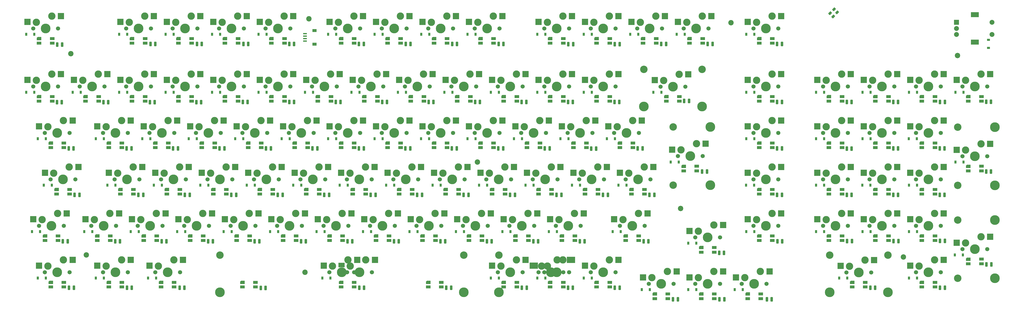
<source format=gbr>
%TF.GenerationSoftware,KiCad,Pcbnew,(6.0.4)*%
%TF.CreationDate,2022-11-05T13:57:26+01:00*%
%TF.ProjectId,pcb-rounded,7063622d-726f-4756-9e64-65642e6b6963,rev?*%
%TF.SameCoordinates,Original*%
%TF.FileFunction,Soldermask,Bot*%
%TF.FilePolarity,Negative*%
%FSLAX46Y46*%
G04 Gerber Fmt 4.6, Leading zero omitted, Abs format (unit mm)*
G04 Created by KiCad (PCBNEW (6.0.4)) date 2022-11-05 13:57:26*
%MOMM*%
%LPD*%
G01*
G04 APERTURE LIST*
G04 Aperture macros list*
%AMRoundRect*
0 Rectangle with rounded corners*
0 $1 Rounding radius*
0 $2 $3 $4 $5 $6 $7 $8 $9 X,Y pos of 4 corners*
0 Add a 4 corners polygon primitive as box body*
4,1,4,$2,$3,$4,$5,$6,$7,$8,$9,$2,$3,0*
0 Add four circle primitives for the rounded corners*
1,1,$1+$1,$2,$3*
1,1,$1+$1,$4,$5*
1,1,$1+$1,$6,$7*
1,1,$1+$1,$8,$9*
0 Add four rect primitives between the rounded corners*
20,1,$1+$1,$2,$3,$4,$5,0*
20,1,$1+$1,$4,$5,$6,$7,0*
20,1,$1+$1,$6,$7,$8,$9,0*
20,1,$1+$1,$8,$9,$2,$3,0*%
%AMOutline5P*
0 Free polygon, 5 corners , with rotation*
0 The origin of the aperture is its center*
0 number of corners: always 5*
0 $1 to $10 corner X, Y*
0 $11 Rotation angle, in degrees counterclockwise*
0 create outline with 5 corners*
4,1,5,$1,$2,$3,$4,$5,$6,$7,$8,$9,$10,$1,$2,$11*%
%AMOutline6P*
0 Free polygon, 6 corners , with rotation*
0 The origin of the aperture is its center*
0 number of corners: always 6*
0 $1 to $12 corner X, Y*
0 $13 Rotation angle, in degrees counterclockwise*
0 create outline with 6 corners*
4,1,6,$1,$2,$3,$4,$5,$6,$7,$8,$9,$10,$11,$12,$1,$2,$13*%
%AMOutline7P*
0 Free polygon, 7 corners , with rotation*
0 The origin of the aperture is its center*
0 number of corners: always 7*
0 $1 to $14 corner X, Y*
0 $15 Rotation angle, in degrees counterclockwise*
0 create outline with 7 corners*
4,1,7,$1,$2,$3,$4,$5,$6,$7,$8,$9,$10,$11,$12,$13,$14,$1,$2,$15*%
%AMOutline8P*
0 Free polygon, 8 corners , with rotation*
0 The origin of the aperture is its center*
0 number of corners: always 8*
0 $1 to $16 corner X, Y*
0 $17 Rotation angle, in degrees counterclockwise*
0 create outline with 8 corners*
4,1,8,$1,$2,$3,$4,$5,$6,$7,$8,$9,$10,$11,$12,$13,$14,$15,$16,$1,$2,$17*%
G04 Aperture macros list end*
%ADD10R,1.850000X1.280000*%
%ADD11R,1.850000X1.310000*%
%ADD12Outline5P,-0.925000X0.660000X0.925000X0.660000X0.925000X-0.264000X0.529000X-0.660000X-0.925000X-0.660000X180.000000*%
%ADD13R,1.850000X1.300000*%
%ADD14C,1.701800*%
%ADD15C,3.987800*%
%ADD16C,3.000000*%
%ADD17C,0.600000*%
%ADD18R,2.550000X2.500000*%
%ADD19C,2.200000*%
%ADD20C,3.048000*%
%ADD21R,2.570500X1.878000*%
%ADD22R,3.500998X2.500000*%
%ADD23R,3.349250X2.500000*%
%ADD24R,2.000000X2.000000*%
%ADD25C,2.000000*%
%ADD26R,3.200000X2.000000*%
%ADD27R,0.900000X1.200000*%
%ADD28RoundRect,0.250000X-0.250000X-0.700000X0.250000X-0.700000X0.250000X0.700000X-0.250000X0.700000X0*%
%ADD29RoundRect,0.250000X0.503814X0.132583X0.132583X0.503814X-0.503814X-0.132583X-0.132583X-0.503814X0*%
%ADD30R,1.800000X1.200000*%
%ADD31R,1.550000X0.600000*%
%ADD32R,1.200000X0.900000*%
G04 APERTURE END LIST*
D10*
%TO.C,D150*%
X465431250Y-223547500D03*
D11*
X465431250Y-221642500D03*
D12*
X460081250Y-221647500D03*
D13*
X460081250Y-223537500D03*
%TD*%
D10*
%TO.C,D190*%
X132056250Y-280697500D03*
D11*
X132056250Y-278792500D03*
D12*
X126706250Y-278797500D03*
D13*
X126706250Y-280687500D03*
%TD*%
D10*
%TO.C,D180*%
X298743750Y-261647500D03*
D11*
X298743750Y-259742500D03*
D12*
X293393750Y-259747500D03*
D13*
X293393750Y-261637500D03*
%TD*%
D10*
%TO.C,D115*%
X103481250Y-204497500D03*
D11*
X103481250Y-202592500D03*
D12*
X98131250Y-202597500D03*
D13*
X98131250Y-204487500D03*
%TD*%
D10*
%TO.C,D119*%
X179681250Y-204497500D03*
D11*
X179681250Y-202592500D03*
D12*
X174331250Y-202597500D03*
D13*
X174331250Y-204487500D03*
%TD*%
D14*
%TO.C,MX13*%
X372586250Y-174625000D03*
D15*
X367506250Y-174625000D03*
D16*
X370046250Y-169545000D03*
D14*
X362426250Y-174625000D03*
D16*
X363696250Y-172085000D03*
D17*
X372856250Y-168650000D03*
X372856250Y-170450000D03*
X372856250Y-169550000D03*
X374756250Y-169550000D03*
X374756250Y-168650000D03*
X374756250Y-170450000D03*
D18*
X373796250Y-169545000D03*
D17*
X360906250Y-172950000D03*
X359126250Y-171030000D03*
X359126250Y-172830000D03*
X360906250Y-172050000D03*
X360906250Y-171150000D03*
D18*
X360066250Y-171965000D03*
D17*
X359126250Y-171930000D03*
%TD*%
D10*
%TO.C,D135*%
X132056250Y-223547500D03*
D11*
X132056250Y-221642500D03*
D12*
X126706250Y-221647500D03*
D13*
X126706250Y-223537500D03*
%TD*%
D10*
%TO.C,D162*%
X327318750Y-242597500D03*
D11*
X327318750Y-240692500D03*
D12*
X321968750Y-240697500D03*
D13*
X321968750Y-242587500D03*
%TD*%
D16*
%TO.C,MX11*%
X331946250Y-169545000D03*
D14*
X334486250Y-174625000D03*
X324326250Y-174625000D03*
D15*
X329406250Y-174625000D03*
D16*
X325596250Y-172085000D03*
D18*
X335696250Y-169545000D03*
D17*
X334756250Y-169550000D03*
X336656250Y-168650000D03*
X334756250Y-170450000D03*
X336656250Y-169550000D03*
X336656250Y-170450000D03*
X334756250Y-168650000D03*
D18*
X321966250Y-171965000D03*
D17*
X322806250Y-172950000D03*
X321026250Y-172830000D03*
X321026250Y-171930000D03*
X321026250Y-171030000D03*
X322806250Y-172050000D03*
X322806250Y-171150000D03*
%TD*%
D15*
%TO.C,MX43*%
X281781250Y-217487500D03*
D14*
X276701250Y-217487500D03*
D16*
X277971250Y-214947500D03*
D14*
X286861250Y-217487500D03*
D16*
X284321250Y-212407500D03*
D17*
X289031250Y-211512500D03*
D18*
X288071250Y-212407500D03*
D17*
X289031250Y-212412500D03*
X287131250Y-212412500D03*
X287131250Y-213312500D03*
X289031250Y-213312500D03*
X287131250Y-211512500D03*
X275181250Y-214012500D03*
X275181250Y-214912500D03*
X273401250Y-214792500D03*
X273401250Y-213892500D03*
X275181250Y-215812500D03*
D18*
X274341250Y-214827500D03*
D17*
X273401250Y-215692500D03*
%TD*%
D10*
%TO.C,D136*%
X151106250Y-223547500D03*
D11*
X151106250Y-221642500D03*
D12*
X145756250Y-221647500D03*
D13*
X145756250Y-223537500D03*
%TD*%
D10*
%TO.C,D144*%
X303506250Y-223547500D03*
D11*
X303506250Y-221642500D03*
D12*
X298156250Y-221647500D03*
D13*
X298156250Y-223537500D03*
%TD*%
D10*
%TO.C,D158*%
X251118750Y-242597500D03*
D11*
X251118750Y-240692500D03*
D12*
X245768750Y-240697500D03*
D13*
X245768750Y-242587500D03*
%TD*%
D16*
%TO.C,MX31*%
X446246250Y-193357500D03*
D15*
X443706250Y-198437500D03*
D14*
X438626250Y-198437500D03*
X448786250Y-198437500D03*
D16*
X439896250Y-195897500D03*
D17*
X450956250Y-192462500D03*
X449056250Y-194262500D03*
D18*
X449996250Y-193357500D03*
D17*
X449056250Y-193362500D03*
X450956250Y-193362500D03*
X450956250Y-194262500D03*
X449056250Y-192462500D03*
X437106250Y-194962500D03*
D18*
X436266250Y-195777500D03*
D17*
X437106250Y-196762500D03*
X437106250Y-195862500D03*
X435326250Y-195742500D03*
X435326250Y-196642500D03*
X435326250Y-194842500D03*
%TD*%
D10*
%TO.C,D197*%
X374943750Y-285460000D03*
D11*
X374943750Y-283555000D03*
D12*
X369593750Y-283560000D03*
D13*
X369593750Y-285450000D03*
%TD*%
D16*
%TO.C,MX20*%
X198596250Y-193357500D03*
D14*
X190976250Y-198437500D03*
D15*
X196056250Y-198437500D03*
D16*
X192246250Y-195897500D03*
D14*
X201136250Y-198437500D03*
D17*
X203306250Y-192462500D03*
X201406250Y-194262500D03*
X201406250Y-193362500D03*
X203306250Y-194262500D03*
D18*
X202346250Y-193357500D03*
D17*
X201406250Y-192462500D03*
X203306250Y-193362500D03*
X187676250Y-195742500D03*
X189456250Y-196762500D03*
X189456250Y-194962500D03*
X187676250Y-194842500D03*
D18*
X188616250Y-195777500D03*
D17*
X189456250Y-195862500D03*
X187676250Y-196642500D03*
%TD*%
D15*
%TO.C,MX54*%
X172243750Y-236537500D03*
D14*
X167163750Y-236537500D03*
D16*
X168433750Y-233997500D03*
X174783750Y-231457500D03*
D14*
X177323750Y-236537500D03*
D17*
X179493750Y-230562500D03*
X179493750Y-231462500D03*
X177593750Y-230562500D03*
X179493750Y-232362500D03*
X177593750Y-232362500D03*
D18*
X178533750Y-231457500D03*
D17*
X177593750Y-231462500D03*
X165643750Y-233962500D03*
D18*
X164803750Y-233877500D03*
D17*
X163863750Y-234742500D03*
X165643750Y-233062500D03*
X163863750Y-232942500D03*
X163863750Y-233842500D03*
X165643750Y-234862500D03*
%TD*%
D19*
%TO.C,H3*%
X361156250Y-248443750D03*
%TD*%
%TO.C,H9*%
X111125000Y-184943750D03*
%TD*%
D10*
%TO.C,D134*%
X108243750Y-223547500D03*
D11*
X108243750Y-221642500D03*
D12*
X102893750Y-221647500D03*
D13*
X102893750Y-223537500D03*
%TD*%
D14*
%TO.C,MX12*%
X343376250Y-174625000D03*
D16*
X344646250Y-172085000D03*
D15*
X348456250Y-174625000D03*
D16*
X350996250Y-169545000D03*
D14*
X353536250Y-174625000D03*
D17*
X353806250Y-168650000D03*
X355706250Y-170450000D03*
X353806250Y-170450000D03*
X353806250Y-169550000D03*
D18*
X354746250Y-169545000D03*
D17*
X355706250Y-169550000D03*
X355706250Y-168650000D03*
X340076250Y-171030000D03*
X340076250Y-171930000D03*
X340076250Y-172830000D03*
X341856250Y-172950000D03*
D18*
X341016250Y-171965000D03*
D17*
X341856250Y-171150000D03*
X341856250Y-172050000D03*
%TD*%
D15*
%TO.C,MX51*%
X107950000Y-236537500D03*
D14*
X113030000Y-236537500D03*
X102870000Y-236537500D03*
D16*
X104140000Y-233997500D03*
X110490000Y-231457500D03*
D18*
X114240000Y-231457500D03*
D17*
X113300000Y-230562500D03*
X115200000Y-231462500D03*
X115200000Y-230562500D03*
X113300000Y-231462500D03*
X113300000Y-232362500D03*
X115200000Y-232362500D03*
X99570000Y-233842500D03*
D18*
X100510000Y-233877500D03*
D17*
X101350000Y-234862500D03*
X101350000Y-233062500D03*
X101350000Y-233962500D03*
X99570000Y-234742500D03*
X99570000Y-232942500D03*
%TD*%
D10*
%TO.C,D138*%
X189206250Y-223547500D03*
D11*
X189206250Y-221642500D03*
D12*
X183856250Y-221647500D03*
D13*
X183856250Y-223537500D03*
%TD*%
D10*
%TO.C,D166*%
X427331250Y-242597500D03*
D11*
X427331250Y-240692500D03*
D12*
X421981250Y-240697500D03*
D13*
X421981250Y-242587500D03*
%TD*%
D19*
%TO.C,H8*%
X474662500Y-185737500D03*
%TD*%
D14*
%TO.C,MX77*%
X233838750Y-255587500D03*
D16*
X241458750Y-250507500D03*
D14*
X243998750Y-255587500D03*
D16*
X235108750Y-253047500D03*
D15*
X238918750Y-255587500D03*
D18*
X245208750Y-250507500D03*
D17*
X244268750Y-251412500D03*
X246168750Y-251412500D03*
X246168750Y-249612500D03*
X246168750Y-250512500D03*
X244268750Y-249612500D03*
X244268750Y-250512500D03*
X232318750Y-252112500D03*
X230538750Y-251992500D03*
X232318750Y-253912500D03*
X230538750Y-252892500D03*
X230538750Y-253792500D03*
D18*
X231478750Y-252927500D03*
D17*
X232318750Y-253012500D03*
%TD*%
D10*
%TO.C,D185*%
X427331250Y-261647500D03*
D11*
X427331250Y-259742500D03*
D12*
X421981250Y-259747500D03*
D13*
X421981250Y-261637500D03*
%TD*%
D10*
%TO.C,D107*%
X246356250Y-180685000D03*
D11*
X246356250Y-178780000D03*
D12*
X241006250Y-178785000D03*
D13*
X241006250Y-180675000D03*
%TD*%
D10*
%TO.C,D175*%
X203493750Y-261647500D03*
D11*
X203493750Y-259742500D03*
D12*
X198143750Y-259747500D03*
D13*
X198143750Y-261637500D03*
%TD*%
D10*
%TO.C,D170*%
X105862500Y-261647500D03*
D11*
X105862500Y-259742500D03*
D12*
X100512500Y-259747500D03*
D13*
X100512500Y-261637500D03*
%TD*%
D10*
%TO.C,D202*%
X186825000Y-280697500D03*
D11*
X186825000Y-278792500D03*
D12*
X181475000Y-278797500D03*
D13*
X181475000Y-280687500D03*
%TD*%
D10*
%TO.C,D146*%
X341606250Y-223547500D03*
D11*
X341606250Y-221642500D03*
D12*
X336256250Y-221647500D03*
D13*
X336256250Y-223537500D03*
%TD*%
D15*
%TO.C,MX79*%
X277018750Y-255587500D03*
D16*
X279558750Y-250507500D03*
X273208750Y-253047500D03*
D14*
X282098750Y-255587500D03*
X271938750Y-255587500D03*
D17*
X282368750Y-250512500D03*
X284268750Y-249612500D03*
D18*
X283308750Y-250507500D03*
D17*
X284268750Y-250512500D03*
X282368750Y-249612500D03*
X282368750Y-251412500D03*
X284268750Y-251412500D03*
X270418750Y-253912500D03*
X270418750Y-252112500D03*
X268638750Y-251992500D03*
X268638750Y-253792500D03*
D18*
X269578750Y-252927500D03*
D17*
X268638750Y-252892500D03*
X270418750Y-253012500D03*
%TD*%
D10*
%TO.C,D140*%
X227306250Y-223547500D03*
D11*
X227306250Y-221642500D03*
D12*
X221956250Y-221647500D03*
D13*
X221956250Y-223537500D03*
%TD*%
D16*
%TO.C,MX49*%
X446246250Y-212407500D03*
X439896250Y-214947500D03*
D14*
X448786250Y-217487500D03*
D15*
X443706250Y-217487500D03*
D14*
X438626250Y-217487500D03*
D17*
X450956250Y-213312500D03*
X449056250Y-213312500D03*
X450956250Y-212412500D03*
X450956250Y-211512500D03*
X449056250Y-211512500D03*
D18*
X449996250Y-212407500D03*
D17*
X449056250Y-212412500D03*
X435326250Y-213892500D03*
X437106250Y-214912500D03*
X437106250Y-214012500D03*
D18*
X436266250Y-214827500D03*
D17*
X437106250Y-215812500D03*
X435326250Y-214792500D03*
X435326250Y-215692500D03*
%TD*%
D16*
%TO.C,MX45*%
X322421250Y-212407500D03*
D15*
X319881250Y-217487500D03*
D16*
X316071250Y-214947500D03*
D14*
X314801250Y-217487500D03*
X324961250Y-217487500D03*
D17*
X325231250Y-213312500D03*
X327131250Y-213312500D03*
X325231250Y-212412500D03*
X327131250Y-212412500D03*
X325231250Y-211512500D03*
D18*
X326171250Y-212407500D03*
D17*
X327131250Y-211512500D03*
X313281250Y-214912500D03*
X313281250Y-215812500D03*
X311501250Y-214792500D03*
D18*
X312441250Y-214827500D03*
D17*
X311501250Y-215692500D03*
X313281250Y-214012500D03*
X311501250Y-213892500D03*
%TD*%
D10*
%TO.C,D188*%
X484481250Y-271172500D03*
D11*
X484481250Y-269267500D03*
D12*
X479131250Y-269272500D03*
D13*
X479131250Y-271162500D03*
%TD*%
D10*
%TO.C,D137*%
X170156250Y-223547500D03*
D11*
X170156250Y-221642500D03*
D12*
X164806250Y-221647500D03*
D13*
X164806250Y-223537500D03*
%TD*%
D14*
%TO.C,MX42*%
X267811250Y-217487500D03*
D16*
X265271250Y-212407500D03*
D14*
X257651250Y-217487500D03*
D15*
X262731250Y-217487500D03*
D16*
X258921250Y-214947500D03*
D18*
X269021250Y-212407500D03*
D17*
X269981250Y-211512500D03*
X268081250Y-213312500D03*
X268081250Y-212412500D03*
X269981250Y-212412500D03*
X269981250Y-213312500D03*
X268081250Y-211512500D03*
X254351250Y-213892500D03*
X254351250Y-215692500D03*
X256131250Y-215812500D03*
X256131250Y-214912500D03*
X256131250Y-214012500D03*
X254351250Y-214792500D03*
D18*
X255291250Y-214827500D03*
%TD*%
D10*
%TO.C,D193*%
X293981250Y-280697500D03*
D11*
X293981250Y-278792500D03*
D12*
X288631250Y-278797500D03*
D13*
X288631250Y-280687500D03*
%TD*%
D15*
%TO.C,MX10*%
X310356250Y-174625000D03*
D14*
X305276250Y-174625000D03*
X315436250Y-174625000D03*
D16*
X306546250Y-172085000D03*
X312896250Y-169545000D03*
D17*
X315706250Y-168650000D03*
X317606250Y-169550000D03*
X315706250Y-170450000D03*
X315706250Y-169550000D03*
D18*
X316646250Y-169545000D03*
D17*
X317606250Y-168650000D03*
X317606250Y-170450000D03*
X301976250Y-171930000D03*
X303756250Y-172050000D03*
X301976250Y-172830000D03*
X301976250Y-171030000D03*
X303756250Y-171150000D03*
X303756250Y-172950000D03*
D18*
X302916250Y-171965000D03*
%TD*%
D15*
%TO.C,MX92*%
X229537500Y-274637500D03*
D16*
X224790000Y-269557500D03*
D14*
X224457500Y-274637500D03*
D20*
X286687500Y-267652500D03*
D14*
X227330000Y-274637500D03*
D16*
X232077500Y-269557500D03*
D15*
X172250100Y-282892500D03*
D14*
X234617500Y-274637500D03*
X217170000Y-274637500D03*
D15*
X272249900Y-282892500D03*
D16*
X225727500Y-272097500D03*
D20*
X272249900Y-267652500D03*
X172250100Y-267652500D03*
D15*
X286687500Y-282892500D03*
D16*
X218440000Y-272097500D03*
D15*
X222250000Y-274637500D03*
D17*
X227600000Y-270462500D03*
X227600000Y-269562500D03*
X229500000Y-270462500D03*
X236787500Y-268662500D03*
D18*
X235827500Y-269557500D03*
D17*
X229500000Y-269562500D03*
X227600000Y-268662500D03*
X236787500Y-269562500D03*
X234887500Y-270462500D03*
X229500000Y-268662500D03*
X234887500Y-269562500D03*
X236787500Y-270462500D03*
D18*
X228540000Y-269557500D03*
D17*
X234887500Y-268662500D03*
X222937500Y-272062500D03*
X215650000Y-272062500D03*
X215650000Y-271162500D03*
D21*
X222107750Y-271666500D03*
D17*
X221157500Y-271942500D03*
X215650000Y-272962500D03*
X213870000Y-271042500D03*
X213870000Y-272842500D03*
X213870000Y-271942500D03*
X222937500Y-271162500D03*
X221157500Y-271042500D03*
D18*
X214810000Y-271977500D03*
%TD*%
D10*
%TO.C,D163*%
X346368750Y-242597500D03*
D11*
X346368750Y-240692500D03*
D12*
X341018750Y-240697500D03*
D13*
X341018750Y-242587500D03*
%TD*%
D10*
%TO.C,D139*%
X208256250Y-223547500D03*
D11*
X208256250Y-221642500D03*
D12*
X202906250Y-221647500D03*
D13*
X202906250Y-223537500D03*
%TD*%
D16*
%TO.C,MX9*%
X284321250Y-169545000D03*
D14*
X286861250Y-174625000D03*
D15*
X281781250Y-174625000D03*
D16*
X277971250Y-172085000D03*
D14*
X276701250Y-174625000D03*
D17*
X287131250Y-169550000D03*
D18*
X288071250Y-169545000D03*
D17*
X289031250Y-170450000D03*
X289031250Y-169550000D03*
X287131250Y-168650000D03*
X287131250Y-170450000D03*
X289031250Y-168650000D03*
X273401250Y-171930000D03*
X275181250Y-172050000D03*
X273401250Y-171030000D03*
D18*
X274341250Y-171965000D03*
D17*
X273401250Y-172830000D03*
X275181250Y-172950000D03*
X275181250Y-171150000D03*
%TD*%
D14*
%TO.C,MX18*%
X163036250Y-198437500D03*
D15*
X157956250Y-198437500D03*
D16*
X160496250Y-193357500D03*
X154146250Y-195897500D03*
D14*
X152876250Y-198437500D03*
D17*
X163306250Y-194262500D03*
X163306250Y-193362500D03*
X165206250Y-193362500D03*
X165206250Y-192462500D03*
D18*
X164246250Y-193357500D03*
D17*
X163306250Y-192462500D03*
X165206250Y-194262500D03*
X149576250Y-195742500D03*
X151356250Y-196762500D03*
D18*
X150516250Y-195777500D03*
D17*
X151356250Y-194962500D03*
X151356250Y-195862500D03*
X149576250Y-196642500D03*
X149576250Y-194842500D03*
%TD*%
D10*
%TO.C,D141*%
X246356250Y-223547500D03*
D11*
X246356250Y-221642500D03*
D12*
X241006250Y-221647500D03*
D13*
X241006250Y-223537500D03*
%TD*%
D10*
%TO.C,D148*%
X427331250Y-223547500D03*
D11*
X427331250Y-221642500D03*
D12*
X421981250Y-221647500D03*
D13*
X421981250Y-223537500D03*
%TD*%
D14*
%TO.C,MX15*%
X95726250Y-198437500D03*
D15*
X100806250Y-198437500D03*
D14*
X105886250Y-198437500D03*
D16*
X103346250Y-193357500D03*
X96996250Y-195897500D03*
D17*
X106156250Y-193362500D03*
X106156250Y-192462500D03*
X108056250Y-193362500D03*
X108056250Y-194262500D03*
X108056250Y-192462500D03*
D18*
X107096250Y-193357500D03*
D17*
X106156250Y-194262500D03*
X92426250Y-194842500D03*
D18*
X93366250Y-195777500D03*
D17*
X94206250Y-196762500D03*
X94206250Y-195862500D03*
X92426250Y-195742500D03*
X92426250Y-196642500D03*
X94206250Y-194962500D03*
%TD*%
D15*
%TO.C,MX5*%
X196056250Y-174625000D03*
D16*
X198596250Y-169545000D03*
D14*
X190976250Y-174625000D03*
D16*
X192246250Y-172085000D03*
D14*
X201136250Y-174625000D03*
D18*
X202346250Y-169545000D03*
D17*
X203306250Y-168650000D03*
X201406250Y-168650000D03*
X201406250Y-170450000D03*
X203306250Y-170450000D03*
X203306250Y-169550000D03*
X201406250Y-169550000D03*
X189456250Y-172950000D03*
D18*
X188616250Y-171965000D03*
D17*
X189456250Y-172050000D03*
X187676250Y-171030000D03*
X187676250Y-172830000D03*
X187676250Y-171930000D03*
X189456250Y-171150000D03*
%TD*%
D14*
%TO.C,MX21*%
X220186250Y-198437500D03*
D15*
X215106250Y-198437500D03*
D14*
X210026250Y-198437500D03*
D16*
X211296250Y-195897500D03*
X217646250Y-193357500D03*
D17*
X220456250Y-192462500D03*
X220456250Y-194262500D03*
X222356250Y-193362500D03*
X220456250Y-193362500D03*
X222356250Y-192462500D03*
X222356250Y-194262500D03*
D18*
X221396250Y-193357500D03*
X207666250Y-195777500D03*
D17*
X206726250Y-194842500D03*
X208506250Y-194962500D03*
X208506250Y-195862500D03*
X208506250Y-196762500D03*
X206726250Y-196642500D03*
X206726250Y-195742500D03*
%TD*%
D10*
%TO.C,D113*%
X370181250Y-180685000D03*
D11*
X370181250Y-178780000D03*
D12*
X364831250Y-178785000D03*
D13*
X364831250Y-180675000D03*
%TD*%
D10*
%TO.C,D109*%
X284456250Y-180685000D03*
D11*
X284456250Y-178780000D03*
D12*
X279106250Y-178785000D03*
D13*
X279106250Y-180675000D03*
%TD*%
D14*
%TO.C,MX84*%
X401161250Y-255587500D03*
X391001250Y-255587500D03*
D16*
X392271250Y-253047500D03*
X398621250Y-250507500D03*
D15*
X396081250Y-255587500D03*
D17*
X403331250Y-251412500D03*
D18*
X402371250Y-250507500D03*
D17*
X401431250Y-251412500D03*
X403331250Y-249612500D03*
X403331250Y-250512500D03*
X401431250Y-249612500D03*
X401431250Y-250512500D03*
X389481250Y-253912500D03*
X389481250Y-252112500D03*
X387701250Y-253792500D03*
X389481250Y-253012500D03*
D18*
X388641250Y-252927500D03*
D17*
X387701250Y-251992500D03*
X387701250Y-252892500D03*
%TD*%
D16*
%TO.C,MX44*%
X303371250Y-212407500D03*
D14*
X295751250Y-217487500D03*
D15*
X300831250Y-217487500D03*
D14*
X305911250Y-217487500D03*
D16*
X297021250Y-214947500D03*
D17*
X306181250Y-211512500D03*
X306181250Y-213312500D03*
D18*
X307121250Y-212407500D03*
D17*
X308081250Y-212412500D03*
X306181250Y-212412500D03*
X308081250Y-213312500D03*
X308081250Y-211512500D03*
X294231250Y-214912500D03*
X294231250Y-215812500D03*
X292451250Y-214792500D03*
X292451250Y-215692500D03*
X294231250Y-214012500D03*
X292451250Y-213892500D03*
D18*
X293391250Y-214827500D03*
%TD*%
D10*
%TO.C,D127*%
X332081250Y-204497500D03*
D11*
X332081250Y-202592500D03*
D12*
X326731250Y-202597500D03*
D13*
X326731250Y-204487500D03*
%TD*%
D10*
%TO.C,D167*%
X446381250Y-242597500D03*
D11*
X446381250Y-240692500D03*
D12*
X441031250Y-240697500D03*
D13*
X441031250Y-242587500D03*
%TD*%
D16*
%TO.C,MX47*%
X398621250Y-212407500D03*
D15*
X396081250Y-217487500D03*
D14*
X401161250Y-217487500D03*
D16*
X392271250Y-214947500D03*
D14*
X391001250Y-217487500D03*
D17*
X403331250Y-213312500D03*
X401431250Y-211512500D03*
X403331250Y-212412500D03*
X401431250Y-212412500D03*
D18*
X402371250Y-212407500D03*
D17*
X403331250Y-211512500D03*
X401431250Y-213312500D03*
D18*
X388641250Y-214827500D03*
D17*
X387701250Y-215692500D03*
X387701250Y-213892500D03*
X387701250Y-214792500D03*
X389481250Y-215812500D03*
X389481250Y-214912500D03*
X389481250Y-214012500D03*
%TD*%
D16*
%TO.C,MX32*%
X458946250Y-195897500D03*
D15*
X462756250Y-198437500D03*
D14*
X457676250Y-198437500D03*
X467836250Y-198437500D03*
D16*
X465296250Y-193357500D03*
D17*
X468106250Y-193362500D03*
X470006250Y-192462500D03*
X470006250Y-193362500D03*
X470006250Y-194262500D03*
X468106250Y-194262500D03*
X468106250Y-192462500D03*
D18*
X469046250Y-193357500D03*
D17*
X454376250Y-196642500D03*
X456156250Y-195862500D03*
D18*
X455316250Y-195777500D03*
D17*
X456156250Y-194962500D03*
X456156250Y-196762500D03*
X454376250Y-195742500D03*
X454376250Y-194842500D03*
%TD*%
D14*
%TO.C,MX91*%
X145732500Y-274637500D03*
X155892500Y-274637500D03*
D15*
X150812500Y-274637500D03*
D16*
X147002500Y-272097500D03*
X153352500Y-269557500D03*
D17*
X158062500Y-268662500D03*
X156162500Y-268662500D03*
X156162500Y-269562500D03*
X156162500Y-270462500D03*
X158062500Y-270462500D03*
X158062500Y-269562500D03*
D18*
X157102500Y-269557500D03*
D17*
X144212500Y-272962500D03*
X142432500Y-272842500D03*
X144212500Y-271162500D03*
X142432500Y-271942500D03*
D18*
X143372500Y-271977500D03*
D17*
X142432500Y-271042500D03*
X144212500Y-272062500D03*
%TD*%
D14*
%TO.C,MX36*%
X153511250Y-217487500D03*
D15*
X148431250Y-217487500D03*
D16*
X144621250Y-214947500D03*
D14*
X143351250Y-217487500D03*
D16*
X150971250Y-212407500D03*
D18*
X154721250Y-212407500D03*
D17*
X155681250Y-212412500D03*
X153781250Y-213312500D03*
X153781250Y-211512500D03*
X155681250Y-211512500D03*
X155681250Y-213312500D03*
X153781250Y-212412500D03*
X141831250Y-215812500D03*
X141831250Y-214912500D03*
X140051250Y-214792500D03*
X141831250Y-214012500D03*
X140051250Y-213892500D03*
X140051250Y-215692500D03*
D18*
X140991250Y-214827500D03*
%TD*%
D10*
%TO.C,D183*%
X374943750Y-266410000D03*
D11*
X374943750Y-264505000D03*
D12*
X369593750Y-264510000D03*
D13*
X369593750Y-266400000D03*
%TD*%
D10*
%TO.C,D130*%
X427331250Y-204497500D03*
D11*
X427331250Y-202592500D03*
D12*
X421981250Y-202597500D03*
D13*
X421981250Y-204487500D03*
%TD*%
D16*
%TO.C,MX71*%
X127158750Y-250507500D03*
D15*
X124618750Y-255587500D03*
D16*
X120808750Y-253047500D03*
D14*
X119538750Y-255587500D03*
X129698750Y-255587500D03*
D17*
X129968750Y-250512500D03*
X129968750Y-249612500D03*
X129968750Y-251412500D03*
X131868750Y-251412500D03*
X131868750Y-250512500D03*
D18*
X130908750Y-250507500D03*
D17*
X131868750Y-249612500D03*
X116238750Y-251992500D03*
X118018750Y-253012500D03*
X116238750Y-252892500D03*
X118018750Y-252112500D03*
D18*
X117178750Y-252927500D03*
D17*
X116238750Y-253792500D03*
X118018750Y-253912500D03*
%TD*%
D10*
%TO.C,D116*%
X122531250Y-204497500D03*
D11*
X122531250Y-202592500D03*
D12*
X117181250Y-202597500D03*
D13*
X117181250Y-204487500D03*
%TD*%
D10*
%TO.C,D168*%
X465431250Y-242597500D03*
D11*
X465431250Y-240692500D03*
D12*
X460081250Y-240697500D03*
D13*
X460081250Y-242587500D03*
%TD*%
D10*
%TO.C,D176*%
X222543750Y-261647500D03*
D11*
X222543750Y-259742500D03*
D12*
X217193750Y-259747500D03*
D13*
X217193750Y-261637500D03*
%TD*%
D10*
%TO.C,D110*%
X313031250Y-180685000D03*
D11*
X313031250Y-178780000D03*
D12*
X307681250Y-178785000D03*
D13*
X307681250Y-180675000D03*
%TD*%
D14*
%TO.C,MX80*%
X301148750Y-255587500D03*
D16*
X298608750Y-250507500D03*
X292258750Y-253047500D03*
D15*
X296068750Y-255587500D03*
D14*
X290988750Y-255587500D03*
D17*
X301418750Y-250512500D03*
X303318750Y-250512500D03*
D18*
X302358750Y-250507500D03*
D17*
X303318750Y-249612500D03*
X301418750Y-251412500D03*
X303318750Y-251412500D03*
X301418750Y-249612500D03*
X289468750Y-252112500D03*
X287688750Y-252892500D03*
X289468750Y-253912500D03*
D18*
X288628750Y-252927500D03*
D17*
X287688750Y-253792500D03*
X289468750Y-253012500D03*
X287688750Y-251992500D03*
%TD*%
D10*
%TO.C,D128*%
X360656250Y-204497500D03*
D11*
X360656250Y-202592500D03*
D12*
X355306250Y-202597500D03*
D13*
X355306250Y-204487500D03*
%TD*%
D10*
%TO.C,D118*%
X160631250Y-204497500D03*
D11*
X160631250Y-202592500D03*
D12*
X155281250Y-202597500D03*
D13*
X155281250Y-204487500D03*
%TD*%
D15*
%TO.C,MX89*%
X105568750Y-274637500D03*
D16*
X108108750Y-269557500D03*
D14*
X100488750Y-274637500D03*
D16*
X101758750Y-272097500D03*
D14*
X110648750Y-274637500D03*
D17*
X110918750Y-270462500D03*
X112818750Y-270462500D03*
X112818750Y-269562500D03*
X110918750Y-268662500D03*
D18*
X111858750Y-269557500D03*
D17*
X112818750Y-268662500D03*
X110918750Y-269562500D03*
X98968750Y-272962500D03*
X97188750Y-271942500D03*
X98968750Y-272062500D03*
X97188750Y-271042500D03*
D18*
X98128750Y-271977500D03*
D17*
X97188750Y-272842500D03*
X98968750Y-271162500D03*
%TD*%
D14*
%TO.C,MX66*%
X429736250Y-236537500D03*
D16*
X427196250Y-231457500D03*
D15*
X424656250Y-236537500D03*
D16*
X420846250Y-233997500D03*
D14*
X419576250Y-236537500D03*
D17*
X431906250Y-231462500D03*
X430006250Y-232362500D03*
X430006250Y-231462500D03*
D18*
X430946250Y-231457500D03*
D17*
X430006250Y-230562500D03*
X431906250Y-230562500D03*
X431906250Y-232362500D03*
X418056250Y-234862500D03*
X418056250Y-233962500D03*
D18*
X417216250Y-233877500D03*
D17*
X418056250Y-233062500D03*
X416276250Y-233842500D03*
X416276250Y-232942500D03*
X416276250Y-234742500D03*
%TD*%
D10*
%TO.C,D186*%
X446381250Y-261647500D03*
D11*
X446381250Y-259742500D03*
D12*
X441031250Y-259747500D03*
D13*
X441031250Y-261637500D03*
%TD*%
D14*
%TO.C,MX3*%
X163036250Y-174625000D03*
D16*
X160496250Y-169545000D03*
D15*
X157956250Y-174625000D03*
D16*
X154146250Y-172085000D03*
D14*
X152876250Y-174625000D03*
D17*
X165206250Y-170450000D03*
X165206250Y-168650000D03*
X165206250Y-169550000D03*
X163306250Y-168650000D03*
D18*
X164246250Y-169545000D03*
D17*
X163306250Y-169550000D03*
X163306250Y-170450000D03*
D18*
X150516250Y-171965000D03*
D17*
X151356250Y-172050000D03*
X149576250Y-172830000D03*
X149576250Y-171930000D03*
X151356250Y-172950000D03*
X151356250Y-171150000D03*
X149576250Y-171030000D03*
%TD*%
D10*
%TO.C,D171*%
X127293750Y-261647500D03*
D11*
X127293750Y-259742500D03*
D12*
X121943750Y-259747500D03*
D13*
X121943750Y-261637500D03*
%TD*%
D15*
%TO.C,MX61*%
X305593750Y-236537500D03*
D16*
X308133750Y-231457500D03*
D14*
X310673750Y-236537500D03*
D16*
X301783750Y-233997500D03*
D14*
X300513750Y-236537500D03*
D17*
X310943750Y-230562500D03*
X312843750Y-231462500D03*
D18*
X311883750Y-231457500D03*
D17*
X312843750Y-232362500D03*
X310943750Y-232362500D03*
X312843750Y-230562500D03*
X310943750Y-231462500D03*
X297213750Y-234742500D03*
X298993750Y-233062500D03*
X298993750Y-234862500D03*
X297213750Y-232942500D03*
X297213750Y-233842500D03*
D18*
X298153750Y-233877500D03*
D17*
X298993750Y-233962500D03*
%TD*%
D14*
%TO.C,MX100*%
X457676250Y-274637500D03*
D16*
X458946250Y-272097500D03*
X465296250Y-269557500D03*
D15*
X462756250Y-274637500D03*
D14*
X467836250Y-274637500D03*
D18*
X469046250Y-269557500D03*
D17*
X468106250Y-269562500D03*
X470006250Y-269562500D03*
X470006250Y-270462500D03*
X468106250Y-270462500D03*
X468106250Y-268662500D03*
X470006250Y-268662500D03*
D18*
X455316250Y-271977500D03*
D17*
X454376250Y-271042500D03*
X456156250Y-272962500D03*
X456156250Y-272062500D03*
X454376250Y-271942500D03*
X456156250Y-271162500D03*
X454376250Y-272842500D03*
%TD*%
D10*
%TO.C,D105*%
X198731250Y-180685000D03*
D11*
X198731250Y-178780000D03*
D12*
X193381250Y-178785000D03*
D13*
X193381250Y-180675000D03*
%TD*%
D15*
%TO.C,MX86*%
X443706250Y-255587500D03*
D16*
X439896250Y-253047500D03*
D14*
X448786250Y-255587500D03*
D16*
X446246250Y-250507500D03*
D14*
X438626250Y-255587500D03*
D17*
X450956250Y-251412500D03*
X449056250Y-251412500D03*
X449056250Y-249612500D03*
X450956250Y-250512500D03*
D18*
X449996250Y-250507500D03*
D17*
X449056250Y-250512500D03*
X450956250Y-249612500D03*
X435326250Y-251992500D03*
X435326250Y-252892500D03*
X435326250Y-253792500D03*
D18*
X436266250Y-252927500D03*
D17*
X437106250Y-253912500D03*
X437106250Y-252112500D03*
X437106250Y-253012500D03*
%TD*%
D14*
%TO.C,MX39*%
X210661250Y-217487500D03*
X200501250Y-217487500D03*
D15*
X205581250Y-217487500D03*
D16*
X208121250Y-212407500D03*
X201771250Y-214947500D03*
D17*
X212831250Y-211512500D03*
X212831250Y-213312500D03*
X210931250Y-211512500D03*
X210931250Y-212412500D03*
X212831250Y-212412500D03*
X210931250Y-213312500D03*
D18*
X211871250Y-212407500D03*
D17*
X197201250Y-214792500D03*
D18*
X198141250Y-214827500D03*
D17*
X197201250Y-215692500D03*
X198981250Y-214912500D03*
X198981250Y-215812500D03*
X197201250Y-213892500D03*
X198981250Y-214012500D03*
%TD*%
D10*
%TO.C,D192*%
X227306250Y-280697500D03*
D11*
X227306250Y-278792500D03*
D12*
X221956250Y-278797500D03*
D13*
X221956250Y-280687500D03*
%TD*%
D15*
%TO.C,MX87*%
X462756250Y-255587500D03*
D14*
X457676250Y-255587500D03*
X467836250Y-255587500D03*
D16*
X465296250Y-250507500D03*
X458946250Y-253047500D03*
D18*
X469046250Y-250507500D03*
D17*
X468106250Y-251412500D03*
X468106250Y-250512500D03*
X468106250Y-249612500D03*
X470006250Y-251412500D03*
X470006250Y-249612500D03*
X470006250Y-250512500D03*
X456156250Y-252112500D03*
X456156250Y-253012500D03*
X456156250Y-253912500D03*
X454376250Y-252892500D03*
X454376250Y-251992500D03*
X454376250Y-253792500D03*
D18*
X455316250Y-252927500D03*
%TD*%
D14*
%TO.C,MX83*%
X367188750Y-260350000D03*
D15*
X372268750Y-260350000D03*
D14*
X377348750Y-260350000D03*
D16*
X368458750Y-257810000D03*
X374808750Y-255270000D03*
D17*
X379518750Y-255275000D03*
X379518750Y-256175000D03*
D18*
X378558750Y-255270000D03*
D17*
X377618750Y-255275000D03*
X377618750Y-254375000D03*
X379518750Y-254375000D03*
X377618750Y-256175000D03*
X363888750Y-258555000D03*
D18*
X364828750Y-257690000D03*
D17*
X365668750Y-256875000D03*
X365668750Y-258675000D03*
X363888750Y-256755000D03*
X365668750Y-257775000D03*
X363888750Y-257655000D03*
%TD*%
D16*
%TO.C,MX78*%
X254158750Y-253047500D03*
D14*
X252888750Y-255587500D03*
D15*
X257968750Y-255587500D03*
D14*
X263048750Y-255587500D03*
D16*
X260508750Y-250507500D03*
D17*
X265218750Y-249612500D03*
X263318750Y-250512500D03*
X265218750Y-250512500D03*
X263318750Y-251412500D03*
X265218750Y-251412500D03*
X263318750Y-249612500D03*
D18*
X264258750Y-250507500D03*
D17*
X251368750Y-253912500D03*
X251368750Y-252112500D03*
X249588750Y-251992500D03*
X249588750Y-252892500D03*
X251368750Y-253012500D03*
D18*
X250528750Y-252927500D03*
D17*
X249588750Y-253792500D03*
%TD*%
D10*
%TO.C,D120*%
X198731250Y-204497500D03*
D11*
X198731250Y-202592500D03*
D12*
X193381250Y-202597500D03*
D13*
X193381250Y-204487500D03*
%TD*%
D19*
%TO.C,H5*%
X277812500Y-229393750D03*
%TD*%
D10*
%TO.C,D122*%
X236831250Y-204497500D03*
D11*
X236831250Y-202592500D03*
D12*
X231481250Y-202597500D03*
D13*
X231481250Y-204487500D03*
%TD*%
D16*
%TO.C,MX40*%
X220821250Y-214947500D03*
D15*
X224631250Y-217487500D03*
D14*
X219551250Y-217487500D03*
D16*
X227171250Y-212407500D03*
D14*
X229711250Y-217487500D03*
D17*
X229981250Y-212412500D03*
X231881250Y-212412500D03*
X229981250Y-213312500D03*
D18*
X230921250Y-212407500D03*
D17*
X229981250Y-211512500D03*
X231881250Y-211512500D03*
X231881250Y-213312500D03*
X218031250Y-215812500D03*
X216251250Y-213892500D03*
X218031250Y-214912500D03*
X216251250Y-215692500D03*
X218031250Y-214012500D03*
D18*
X217191250Y-214827500D03*
D17*
X216251250Y-214792500D03*
%TD*%
D10*
%TO.C,D129*%
X398756250Y-204497500D03*
D11*
X398756250Y-202592500D03*
D12*
X393406250Y-202597500D03*
D13*
X393406250Y-204487500D03*
%TD*%
D10*
%TO.C,D155*%
X193968750Y-242597500D03*
D11*
X193968750Y-240692500D03*
D12*
X188618750Y-240697500D03*
D13*
X188618750Y-242587500D03*
%TD*%
D14*
%TO.C,MX81*%
X310038750Y-255587500D03*
D16*
X311308750Y-253047500D03*
X317658750Y-250507500D03*
D14*
X320198750Y-255587500D03*
D15*
X315118750Y-255587500D03*
D17*
X320468750Y-251412500D03*
X322368750Y-249612500D03*
X322368750Y-250512500D03*
X320468750Y-250512500D03*
D18*
X321408750Y-250507500D03*
D17*
X322368750Y-251412500D03*
X320468750Y-249612500D03*
D18*
X307678750Y-252927500D03*
D17*
X306738750Y-251992500D03*
X308518750Y-253012500D03*
X306738750Y-252892500D03*
X308518750Y-253912500D03*
X306738750Y-253792500D03*
X308518750Y-252112500D03*
%TD*%
D10*
%TO.C,D103*%
X160631250Y-180685000D03*
D11*
X160631250Y-178780000D03*
D12*
X155281250Y-178785000D03*
D13*
X155281250Y-180675000D03*
%TD*%
D14*
%TO.C,MX25*%
X296386250Y-198437500D03*
D16*
X293846250Y-193357500D03*
D14*
X286226250Y-198437500D03*
D15*
X291306250Y-198437500D03*
D16*
X287496250Y-195897500D03*
D17*
X296656250Y-192462500D03*
X298556250Y-194262500D03*
X298556250Y-192462500D03*
X298556250Y-193362500D03*
X296656250Y-193362500D03*
D18*
X297596250Y-193357500D03*
D17*
X296656250Y-194262500D03*
X282926250Y-195742500D03*
X284706250Y-194962500D03*
D18*
X283866250Y-195777500D03*
D17*
X282926250Y-196642500D03*
X284706250Y-195862500D03*
X284706250Y-196762500D03*
X282926250Y-194842500D03*
%TD*%
D10*
%TO.C,D106*%
X227306250Y-180685000D03*
D11*
X227306250Y-178780000D03*
D12*
X221956250Y-178785000D03*
D13*
X221956250Y-180675000D03*
%TD*%
D16*
%TO.C,MX52*%
X130333750Y-233997500D03*
X136683750Y-231457500D03*
D14*
X139223750Y-236537500D03*
D15*
X134143750Y-236537500D03*
D14*
X129063750Y-236537500D03*
D17*
X139493750Y-231462500D03*
X141393750Y-232362500D03*
X139493750Y-232362500D03*
D18*
X140433750Y-231457500D03*
D17*
X141393750Y-231462500D03*
X141393750Y-230562500D03*
X139493750Y-230562500D03*
X125763750Y-233842500D03*
X127543750Y-233062500D03*
X125763750Y-232942500D03*
D18*
X126703750Y-233877500D03*
D17*
X125763750Y-234742500D03*
X127543750Y-233962500D03*
X127543750Y-234862500D03*
%TD*%
D10*
%TO.C,D181*%
X317793750Y-261647500D03*
D11*
X317793750Y-259742500D03*
D12*
X312443750Y-259747500D03*
D13*
X312443750Y-261637500D03*
%TD*%
D10*
%TO.C,D184*%
X398756250Y-261647500D03*
D11*
X398756250Y-259742500D03*
D12*
X393406250Y-259747500D03*
D13*
X393406250Y-261637500D03*
%TD*%
D10*
%TO.C,D114*%
X398756250Y-180685000D03*
D11*
X398756250Y-178780000D03*
D12*
X393406250Y-178785000D03*
D13*
X393406250Y-180675000D03*
%TD*%
D15*
%TO.C,MX28*%
X369919250Y-206692500D03*
D14*
X352901250Y-198503639D03*
D16*
X354171250Y-195963639D03*
X360521250Y-193423639D03*
D15*
X357981250Y-198503639D03*
D14*
X363061250Y-198503639D03*
D15*
X346043250Y-206692500D03*
D20*
X346043250Y-191452500D03*
X369919250Y-191452500D03*
D18*
X364271250Y-193423639D03*
D17*
X365231250Y-193428639D03*
X365231250Y-194328639D03*
X365231250Y-192528639D03*
X363331250Y-193428639D03*
X363331250Y-194328639D03*
X363331250Y-192528639D03*
X351381250Y-196828639D03*
X349601250Y-195808639D03*
X349601250Y-196708639D03*
X351381250Y-195928639D03*
X349601250Y-194908639D03*
D18*
X350541250Y-195843639D03*
D17*
X351381250Y-195028639D03*
%TD*%
D14*
%TO.C,MX97*%
X367188750Y-279400000D03*
D15*
X372268750Y-279400000D03*
D16*
X374808750Y-274320000D03*
X368458750Y-276860000D03*
D14*
X377348750Y-279400000D03*
D17*
X377618750Y-273425000D03*
X377618750Y-275225000D03*
D18*
X378558750Y-274320000D03*
D17*
X379518750Y-275225000D03*
X377618750Y-274325000D03*
X379518750Y-274325000D03*
X379518750Y-273425000D03*
X363888750Y-275805000D03*
X363888750Y-277605000D03*
X365668750Y-276825000D03*
D18*
X364828750Y-276740000D03*
D17*
X365668750Y-275925000D03*
X363888750Y-276705000D03*
X365668750Y-277725000D03*
%TD*%
D19*
%TO.C,H4*%
X208756250Y-170656250D03*
%TD*%
D14*
%TO.C,MX63*%
X338613750Y-236537500D03*
D15*
X343693750Y-236537500D03*
D14*
X348773750Y-236537500D03*
D16*
X339883750Y-233997500D03*
X346233750Y-231457500D03*
D18*
X349983750Y-231457500D03*
D17*
X349043750Y-230562500D03*
X349043750Y-231462500D03*
X349043750Y-232362500D03*
X350943750Y-232362500D03*
X350943750Y-230562500D03*
X350943750Y-231462500D03*
X335313750Y-232942500D03*
D18*
X336253750Y-233877500D03*
D17*
X337093750Y-233062500D03*
X337093750Y-234862500D03*
X335313750Y-234742500D03*
X335313750Y-233842500D03*
X337093750Y-233962500D03*
%TD*%
D10*
%TO.C,D156*%
X213018750Y-242597500D03*
D11*
X213018750Y-240692500D03*
D12*
X207668750Y-240697500D03*
D13*
X207668750Y-242587500D03*
%TD*%
D16*
%TO.C,MX16*%
X122396250Y-193357500D03*
D14*
X114776250Y-198437500D03*
X124936250Y-198437500D03*
D16*
X116046250Y-195897500D03*
D15*
X119856250Y-198437500D03*
D17*
X127106250Y-193362500D03*
X125206250Y-192462500D03*
D18*
X126146250Y-193357500D03*
D17*
X125206250Y-193362500D03*
X125206250Y-194262500D03*
X127106250Y-194262500D03*
X127106250Y-192462500D03*
X111476250Y-195742500D03*
X113256250Y-195862500D03*
X111476250Y-196642500D03*
X113256250Y-196762500D03*
X111476250Y-194842500D03*
X113256250Y-194962500D03*
D18*
X112416250Y-195777500D03*
%TD*%
D10*
%TO.C,D159*%
X270168750Y-242597500D03*
D11*
X270168750Y-240692500D03*
D12*
X264818750Y-240697500D03*
D13*
X264818750Y-242587500D03*
%TD*%
D16*
%TO.C,MX76*%
X222408750Y-250507500D03*
D15*
X219868750Y-255587500D03*
D14*
X214788750Y-255587500D03*
D16*
X216058750Y-253047500D03*
D14*
X224948750Y-255587500D03*
D17*
X227118750Y-251412500D03*
D18*
X226158750Y-250507500D03*
D17*
X225218750Y-250512500D03*
X227118750Y-250512500D03*
X225218750Y-249612500D03*
X225218750Y-251412500D03*
X227118750Y-249612500D03*
X213268750Y-253012500D03*
X211488750Y-252892500D03*
X211488750Y-253792500D03*
X213268750Y-252112500D03*
D18*
X212428750Y-252927500D03*
D17*
X211488750Y-251992500D03*
X213268750Y-253912500D03*
%TD*%
D16*
%TO.C,MX14*%
X392271250Y-172085000D03*
D14*
X391001250Y-174625000D03*
X401161250Y-174625000D03*
D15*
X396081250Y-174625000D03*
D16*
X398621250Y-169545000D03*
D17*
X403331250Y-170450000D03*
X401431250Y-168650000D03*
X401431250Y-170450000D03*
X401431250Y-169550000D03*
X403331250Y-168650000D03*
X403331250Y-169550000D03*
D18*
X402371250Y-169545000D03*
D17*
X389481250Y-172950000D03*
X389481250Y-171150000D03*
X387701250Y-171030000D03*
X389481250Y-172050000D03*
D18*
X388641250Y-171965000D03*
D17*
X387701250Y-172830000D03*
X387701250Y-171930000D03*
%TD*%
D14*
%TO.C,MX65*%
X391001250Y-236537500D03*
D16*
X392271250Y-233997500D03*
D14*
X401161250Y-236537500D03*
D15*
X396081250Y-236537500D03*
D16*
X398621250Y-231457500D03*
D17*
X401431250Y-230562500D03*
X403331250Y-230562500D03*
X401431250Y-231462500D03*
X401431250Y-232362500D03*
D18*
X402371250Y-231457500D03*
D17*
X403331250Y-232362500D03*
X403331250Y-231462500D03*
X387701250Y-232942500D03*
X389481250Y-233062500D03*
X387701250Y-233842500D03*
X389481250Y-233962500D03*
X387701250Y-234742500D03*
X389481250Y-234862500D03*
D18*
X388641250Y-233877500D03*
%TD*%
D15*
%TO.C,MX75*%
X200818750Y-255587500D03*
D14*
X205898750Y-255587500D03*
D16*
X203358750Y-250507500D03*
D14*
X195738750Y-255587500D03*
D16*
X197008750Y-253047500D03*
D17*
X206168750Y-249612500D03*
X208068750Y-249612500D03*
X206168750Y-250512500D03*
X208068750Y-250512500D03*
X206168750Y-251412500D03*
D18*
X207108750Y-250507500D03*
D17*
X208068750Y-251412500D03*
X194218750Y-252112500D03*
X194218750Y-253012500D03*
X192438750Y-251992500D03*
X192438750Y-253792500D03*
X192438750Y-252892500D03*
X194218750Y-253912500D03*
D18*
X193378750Y-252927500D03*
%TD*%
D10*
%TO.C,D172*%
X146343750Y-261647500D03*
D11*
X146343750Y-259742500D03*
D12*
X140993750Y-259747500D03*
D13*
X140993750Y-261637500D03*
%TD*%
D19*
%TO.C,H7*%
X381793750Y-172243750D03*
%TD*%
D10*
%TO.C,D117*%
X141581250Y-204497500D03*
D11*
X141581250Y-202592500D03*
D12*
X136231250Y-202597500D03*
D13*
X136231250Y-204487500D03*
%TD*%
D10*
%TO.C,D173*%
X165393750Y-261647500D03*
D11*
X165393750Y-259742500D03*
D12*
X160043750Y-259747500D03*
D13*
X160043750Y-261637500D03*
%TD*%
D10*
%TO.C,D178*%
X260643750Y-261647500D03*
D11*
X260643750Y-259742500D03*
D12*
X255293750Y-259747500D03*
D13*
X255293750Y-261637500D03*
%TD*%
D14*
%TO.C,MX50*%
X457676250Y-217487500D03*
D16*
X458946250Y-214947500D03*
D14*
X467836250Y-217487500D03*
D15*
X462756250Y-217487500D03*
D16*
X465296250Y-212407500D03*
D17*
X468106250Y-211512500D03*
X468106250Y-212412500D03*
D18*
X469046250Y-212407500D03*
D17*
X470006250Y-211512500D03*
X470006250Y-212412500D03*
X470006250Y-213312500D03*
X468106250Y-213312500D03*
X456156250Y-214912500D03*
X454376250Y-214792500D03*
X456156250Y-215812500D03*
X454376250Y-215692500D03*
D18*
X455316250Y-214827500D03*
D17*
X454376250Y-213892500D03*
X456156250Y-214012500D03*
%TD*%
D15*
%TO.C,MX70*%
X103187500Y-255587500D03*
D16*
X99377500Y-253047500D03*
D14*
X98107500Y-255587500D03*
D16*
X105727500Y-250507500D03*
D14*
X108267500Y-255587500D03*
D17*
X110437500Y-250512500D03*
X108537500Y-251412500D03*
X110437500Y-251412500D03*
X110437500Y-249612500D03*
D18*
X109477500Y-250507500D03*
D17*
X108537500Y-249612500D03*
X108537500Y-250512500D03*
X96587500Y-252112500D03*
D18*
X95747500Y-252927500D03*
D17*
X96587500Y-253912500D03*
X94807500Y-252892500D03*
X94807500Y-253792500D03*
X96587500Y-253012500D03*
X94807500Y-251992500D03*
%TD*%
D10*
%TO.C,D199*%
X436856250Y-280697500D03*
D11*
X436856250Y-278792500D03*
D12*
X431506250Y-278797500D03*
D13*
X431506250Y-280687500D03*
%TD*%
D10*
%TO.C,D143*%
X284456250Y-223547500D03*
D11*
X284456250Y-221642500D03*
D12*
X279106250Y-221647500D03*
D13*
X279106250Y-223537500D03*
%TD*%
D10*
%TO.C,D182*%
X343987500Y-261647500D03*
D11*
X343987500Y-259742500D03*
D12*
X338637500Y-259747500D03*
D13*
X338637500Y-261637500D03*
%TD*%
D16*
%TO.C,MX33*%
X484346250Y-193357500D03*
D14*
X486886250Y-198437500D03*
X476726250Y-198437500D03*
D15*
X481806250Y-198437500D03*
D16*
X477996250Y-195897500D03*
D17*
X487156250Y-194262500D03*
X487156250Y-192462500D03*
X487156250Y-193362500D03*
D18*
X488096250Y-193357500D03*
D17*
X489056250Y-193362500D03*
X489056250Y-194262500D03*
X489056250Y-192462500D03*
X475206250Y-194962500D03*
X473426250Y-195742500D03*
X473426250Y-196642500D03*
X475206250Y-196762500D03*
X475206250Y-195862500D03*
X473426250Y-194842500D03*
D18*
X474366250Y-195777500D03*
%TD*%
D10*
%TO.C,D157*%
X232068750Y-242597500D03*
D11*
X232068750Y-240692500D03*
D12*
X226718750Y-240697500D03*
D13*
X226718750Y-242587500D03*
%TD*%
D16*
%TO.C,MX72*%
X139858750Y-253047500D03*
D14*
X138588750Y-255587500D03*
D16*
X146208750Y-250507500D03*
D14*
X148748750Y-255587500D03*
D15*
X143668750Y-255587500D03*
D18*
X149958750Y-250507500D03*
D17*
X149018750Y-251412500D03*
X149018750Y-250512500D03*
X150918750Y-250512500D03*
X150918750Y-249612500D03*
X150918750Y-251412500D03*
X149018750Y-249612500D03*
X137068750Y-253012500D03*
X137068750Y-252112500D03*
X135288750Y-251992500D03*
X135288750Y-252892500D03*
D18*
X136228750Y-252927500D03*
D17*
X135288750Y-253792500D03*
X137068750Y-253912500D03*
%TD*%
D16*
%TO.C,MX94*%
X310515000Y-269557500D03*
X304165000Y-272097500D03*
D15*
X307975000Y-274637500D03*
D14*
X313055000Y-274637500D03*
D15*
X310356250Y-274637500D03*
D16*
X306546250Y-272097500D03*
D14*
X305276250Y-274637500D03*
X315436250Y-274637500D03*
X302895000Y-274637500D03*
D16*
X312896250Y-269557500D03*
D17*
X317606250Y-268662500D03*
X315706250Y-268662500D03*
X317606250Y-270462500D03*
X317606250Y-269562500D03*
X315706250Y-269562500D03*
X315706250Y-270462500D03*
D22*
X316170749Y-269557500D03*
D17*
X301375000Y-271977500D03*
X299595000Y-271042500D03*
D23*
X300934625Y-271977500D03*
D17*
X301375000Y-271042500D03*
X299595000Y-271942500D03*
X301375000Y-272842500D03*
X299595000Y-272842500D03*
%TD*%
D14*
%TO.C,MX74*%
X186848750Y-255587500D03*
X176688750Y-255587500D03*
D16*
X177958750Y-253047500D03*
X184308750Y-250507500D03*
D15*
X181768750Y-255587500D03*
D17*
X187118750Y-250512500D03*
X189018750Y-250512500D03*
X189018750Y-249612500D03*
X187118750Y-251412500D03*
X187118750Y-249612500D03*
D18*
X188058750Y-250507500D03*
D17*
X189018750Y-251412500D03*
X173388750Y-252892500D03*
X175168750Y-253912500D03*
X173388750Y-251992500D03*
X175168750Y-253012500D03*
D18*
X174328750Y-252927500D03*
D17*
X175168750Y-252112500D03*
X173388750Y-253792500D03*
%TD*%
D10*
%TO.C,D196*%
X355893750Y-285460000D03*
D11*
X355893750Y-283555000D03*
D12*
X350543750Y-283560000D03*
D13*
X350543750Y-285450000D03*
%TD*%
D19*
%TO.C,H6*%
X207168750Y-274637500D03*
%TD*%
D10*
%TO.C,D102*%
X141581250Y-180685000D03*
D11*
X141581250Y-178780000D03*
D12*
X136231250Y-178785000D03*
D13*
X136231250Y-180675000D03*
%TD*%
D10*
%TO.C,D203*%
X263025000Y-280697500D03*
D11*
X263025000Y-278792500D03*
D12*
X257675000Y-278797500D03*
D13*
X257675000Y-280687500D03*
%TD*%
D10*
%TO.C,D177*%
X241593750Y-261647500D03*
D11*
X241593750Y-259742500D03*
D12*
X236243750Y-259747500D03*
D13*
X236243750Y-261637500D03*
%TD*%
D16*
%TO.C,MX6*%
X220821250Y-172085000D03*
D14*
X219551250Y-174625000D03*
D16*
X227171250Y-169545000D03*
D14*
X229711250Y-174625000D03*
D15*
X224631250Y-174625000D03*
D18*
X230921250Y-169545000D03*
D17*
X231881250Y-168650000D03*
X231881250Y-170450000D03*
X229981250Y-169550000D03*
X231881250Y-169550000D03*
X229981250Y-168650000D03*
X229981250Y-170450000D03*
X218031250Y-172950000D03*
X218031250Y-172050000D03*
D18*
X217191250Y-171965000D03*
D17*
X216251250Y-172830000D03*
X218031250Y-171150000D03*
X216251250Y-171030000D03*
X216251250Y-171930000D03*
%TD*%
D10*
%TO.C,D145*%
X322556250Y-223547500D03*
D11*
X322556250Y-221642500D03*
D12*
X317206250Y-221647500D03*
D13*
X317206250Y-223537500D03*
%TD*%
D10*
%TO.C,D112*%
X351131250Y-180685000D03*
D11*
X351131250Y-178780000D03*
D12*
X345781250Y-178785000D03*
D13*
X345781250Y-180675000D03*
%TD*%
D16*
%TO.C,MX19*%
X179546250Y-193357500D03*
D14*
X171926250Y-198437500D03*
D15*
X177006250Y-198437500D03*
D14*
X182086250Y-198437500D03*
D16*
X173196250Y-195897500D03*
D17*
X182356250Y-194262500D03*
X184256250Y-192462500D03*
X182356250Y-192462500D03*
X182356250Y-193362500D03*
X184256250Y-194262500D03*
D18*
X183296250Y-193357500D03*
D17*
X184256250Y-193362500D03*
D18*
X169566250Y-195777500D03*
D17*
X170406250Y-194962500D03*
X168626250Y-194842500D03*
X168626250Y-195742500D03*
X170406250Y-195862500D03*
X170406250Y-196762500D03*
X168626250Y-196642500D03*
%TD*%
D10*
%TO.C,D142*%
X265406250Y-223547500D03*
D11*
X265406250Y-221642500D03*
D12*
X260056250Y-221647500D03*
D13*
X260056250Y-223537500D03*
%TD*%
D10*
%TO.C,D161*%
X308268750Y-242597500D03*
D11*
X308268750Y-240692500D03*
D12*
X302918750Y-240697500D03*
D13*
X302918750Y-242587500D03*
%TD*%
D15*
%TO.C,MX90*%
X129381250Y-274637500D03*
D14*
X124301250Y-274637500D03*
X134461250Y-274637500D03*
D16*
X125571250Y-272097500D03*
X131921250Y-269557500D03*
D17*
X136631250Y-268662500D03*
X136631250Y-270462500D03*
D18*
X135671250Y-269557500D03*
D17*
X134731250Y-270462500D03*
X136631250Y-269562500D03*
X134731250Y-269562500D03*
X134731250Y-268662500D03*
X122781250Y-272962500D03*
X121001250Y-271042500D03*
D18*
X121941250Y-271977500D03*
D17*
X121001250Y-272842500D03*
X122781250Y-272062500D03*
X122781250Y-271162500D03*
X121001250Y-271942500D03*
%TD*%
D10*
%TO.C,D149*%
X446381250Y-223547500D03*
D11*
X446381250Y-221642500D03*
D12*
X441031250Y-221647500D03*
D13*
X441031250Y-223537500D03*
%TD*%
D20*
%TO.C,MX69*%
X474755111Y-239016639D03*
D15*
X489995111Y-215140639D03*
X489995111Y-239016639D03*
X481806250Y-227078639D03*
D16*
X477996250Y-224538639D03*
D14*
X486886250Y-227078639D03*
D16*
X484346250Y-221998639D03*
D14*
X476726250Y-227078639D03*
D20*
X474755111Y-215140639D03*
D17*
X487156250Y-222003639D03*
X487156250Y-221103639D03*
X489056250Y-222903639D03*
D18*
X488096250Y-221998639D03*
D17*
X487156250Y-222903639D03*
X489056250Y-222003639D03*
X489056250Y-221103639D03*
X475206250Y-225403639D03*
D18*
X474366250Y-224418639D03*
D17*
X473426250Y-224383639D03*
X473426250Y-223483639D03*
X475206250Y-224503639D03*
X475206250Y-223603639D03*
X473426250Y-225283639D03*
%TD*%
D15*
%TO.C,MX30*%
X424656250Y-198437500D03*
D16*
X420846250Y-195897500D03*
D14*
X429736250Y-198437500D03*
D16*
X427196250Y-193357500D03*
D14*
X419576250Y-198437500D03*
D17*
X431906250Y-192462500D03*
D18*
X430946250Y-193357500D03*
D17*
X430006250Y-194262500D03*
X431906250Y-194262500D03*
X430006250Y-193362500D03*
X431906250Y-193362500D03*
X430006250Y-192462500D03*
X418056250Y-195862500D03*
X416276250Y-194842500D03*
X416276250Y-196642500D03*
D18*
X417216250Y-195777500D03*
D17*
X418056250Y-196762500D03*
X416276250Y-195742500D03*
X418056250Y-194962500D03*
%TD*%
D14*
%TO.C,MX85*%
X419576250Y-255587500D03*
D15*
X424656250Y-255587500D03*
D14*
X429736250Y-255587500D03*
D16*
X427196250Y-250507500D03*
X420846250Y-253047500D03*
D17*
X431906250Y-250512500D03*
X430006250Y-251412500D03*
X430006250Y-249612500D03*
X430006250Y-250512500D03*
X431906250Y-249612500D03*
D18*
X430946250Y-250507500D03*
D17*
X431906250Y-251412500D03*
X416276250Y-253792500D03*
X418056250Y-252112500D03*
X416276250Y-251992500D03*
X418056250Y-253012500D03*
X416276250Y-252892500D03*
X418056250Y-253912500D03*
D18*
X417216250Y-252927500D03*
%TD*%
D19*
%TO.C,H2*%
X452500000Y-268400000D03*
%TD*%
D10*
%TO.C,D126*%
X313031250Y-204497500D03*
D11*
X313031250Y-202592500D03*
D12*
X307681250Y-202597500D03*
D13*
X307681250Y-204487500D03*
%TD*%
D16*
%TO.C,MX73*%
X165258750Y-250507500D03*
X158908750Y-253047500D03*
D14*
X167798750Y-255587500D03*
D15*
X162718750Y-255587500D03*
D14*
X157638750Y-255587500D03*
D17*
X169968750Y-251412500D03*
X168068750Y-251412500D03*
X168068750Y-249612500D03*
D18*
X169008750Y-250507500D03*
D17*
X169968750Y-250512500D03*
X169968750Y-249612500D03*
X168068750Y-250512500D03*
X156118750Y-253912500D03*
X154338750Y-251992500D03*
X154338750Y-252892500D03*
X156118750Y-253012500D03*
X154338750Y-253792500D03*
D18*
X155278750Y-252927500D03*
D17*
X156118750Y-252112500D03*
%TD*%
D10*
%TO.C,D195*%
X332081250Y-280697500D03*
D11*
X332081250Y-278792500D03*
D12*
X326731250Y-278797500D03*
D13*
X326731250Y-280687500D03*
%TD*%
D10*
%TO.C,D123*%
X255881250Y-204497500D03*
D11*
X255881250Y-202592500D03*
D12*
X250531250Y-202597500D03*
D13*
X250531250Y-204487500D03*
%TD*%
D16*
%TO.C,MX57*%
X225583750Y-233997500D03*
D14*
X234473750Y-236537500D03*
D15*
X229393750Y-236537500D03*
D16*
X231933750Y-231457500D03*
D14*
X224313750Y-236537500D03*
D17*
X234743750Y-230562500D03*
X236643750Y-230562500D03*
D18*
X235683750Y-231457500D03*
D17*
X234743750Y-231462500D03*
X236643750Y-232362500D03*
X234743750Y-232362500D03*
X236643750Y-231462500D03*
X222793750Y-233062500D03*
X221013750Y-233842500D03*
X221013750Y-234742500D03*
X222793750Y-234862500D03*
X221013750Y-232942500D03*
X222793750Y-233962500D03*
D18*
X221953750Y-233877500D03*
%TD*%
D10*
%TO.C,D179*%
X279693750Y-261647500D03*
D11*
X279693750Y-259742500D03*
D12*
X274343750Y-259747500D03*
D13*
X274343750Y-261637500D03*
%TD*%
D16*
%TO.C,MX48*%
X420846250Y-214947500D03*
D14*
X419576250Y-217487500D03*
X429736250Y-217487500D03*
D16*
X427196250Y-212407500D03*
D15*
X424656250Y-217487500D03*
D18*
X430946250Y-212407500D03*
D17*
X430006250Y-211512500D03*
X430006250Y-212412500D03*
X431906250Y-211512500D03*
X431906250Y-212412500D03*
X431906250Y-213312500D03*
X430006250Y-213312500D03*
X418056250Y-214012500D03*
X418056250Y-215812500D03*
X418056250Y-214912500D03*
X416276250Y-214792500D03*
X416276250Y-215692500D03*
X416276250Y-213892500D03*
D18*
X417216250Y-214827500D03*
%TD*%
D10*
%TO.C,D174*%
X184443750Y-261647500D03*
D11*
X184443750Y-259742500D03*
D12*
X179093750Y-259747500D03*
D13*
X179093750Y-261637500D03*
%TD*%
D10*
%TO.C,D147*%
X398756250Y-223547500D03*
D11*
X398756250Y-221642500D03*
D12*
X393406250Y-221647500D03*
D13*
X393406250Y-223537500D03*
%TD*%
D14*
%TO.C,MX95*%
X334486250Y-274637500D03*
D16*
X331946250Y-269557500D03*
D15*
X329406250Y-274637500D03*
D14*
X324326250Y-274637500D03*
D16*
X325596250Y-272097500D03*
D17*
X334756250Y-269562500D03*
X334756250Y-268662500D03*
D18*
X335696250Y-269557500D03*
D17*
X336656250Y-269562500D03*
X336656250Y-268662500D03*
X334756250Y-270462500D03*
X336656250Y-270462500D03*
X321026250Y-272842500D03*
X321026250Y-271042500D03*
X322806250Y-272062500D03*
X321026250Y-271942500D03*
X322806250Y-272962500D03*
X322806250Y-271162500D03*
D18*
X321966250Y-271977500D03*
%TD*%
D14*
%TO.C,MX98*%
X396398750Y-279400000D03*
D16*
X387508750Y-276860000D03*
D14*
X386238750Y-279400000D03*
D16*
X393858750Y-274320000D03*
D15*
X391318750Y-279400000D03*
D17*
X398568750Y-274325000D03*
X396668750Y-275225000D03*
D18*
X397608750Y-274320000D03*
D17*
X398568750Y-275225000D03*
X396668750Y-273425000D03*
X396668750Y-274325000D03*
X398568750Y-273425000D03*
X382938750Y-277605000D03*
X384718750Y-275925000D03*
X384718750Y-276825000D03*
X382938750Y-275805000D03*
X382938750Y-276705000D03*
X384718750Y-277725000D03*
D18*
X383878750Y-276740000D03*
%TD*%
D10*
%TO.C,D198*%
X393993750Y-285460000D03*
D11*
X393993750Y-283555000D03*
D12*
X388643750Y-283560000D03*
D13*
X388643750Y-285450000D03*
%TD*%
D10*
%TO.C,D133*%
X484481250Y-204497500D03*
D11*
X484481250Y-202592500D03*
D12*
X479131250Y-202597500D03*
D13*
X479131250Y-204487500D03*
%TD*%
D15*
%TO.C,MX55*%
X191293750Y-236537500D03*
D16*
X187483750Y-233997500D03*
D14*
X196373750Y-236537500D03*
X186213750Y-236537500D03*
D16*
X193833750Y-231457500D03*
D17*
X196643750Y-232362500D03*
X196643750Y-231462500D03*
X198543750Y-232362500D03*
X198543750Y-231462500D03*
D18*
X197583750Y-231457500D03*
D17*
X196643750Y-230562500D03*
X198543750Y-230562500D03*
X184693750Y-233962500D03*
X182913750Y-233842500D03*
X182913750Y-234742500D03*
D18*
X183853750Y-233877500D03*
D17*
X184693750Y-234862500D03*
X184693750Y-233062500D03*
X182913750Y-232942500D03*
%TD*%
D16*
%TO.C,MX60*%
X282733750Y-233997500D03*
D14*
X291623750Y-236537500D03*
D16*
X289083750Y-231457500D03*
D14*
X281463750Y-236537500D03*
D15*
X286543750Y-236537500D03*
D17*
X293793750Y-230562500D03*
X291893750Y-230562500D03*
X291893750Y-231462500D03*
X291893750Y-232362500D03*
X293793750Y-231462500D03*
D18*
X292833750Y-231457500D03*
D17*
X293793750Y-232362500D03*
X279943750Y-233062500D03*
X278163750Y-232942500D03*
X279943750Y-234862500D03*
D18*
X279103750Y-233877500D03*
D17*
X279943750Y-233962500D03*
X278163750Y-233842500D03*
X278163750Y-234742500D03*
%TD*%
D10*
%TO.C,D121*%
X217781250Y-204497500D03*
D11*
X217781250Y-202592500D03*
D12*
X212431250Y-202597500D03*
D13*
X212431250Y-204487500D03*
%TD*%
D20*
%TO.C,MX99*%
X422243250Y-267652500D03*
X446119250Y-267652500D03*
D16*
X430371250Y-272163639D03*
D15*
X446119250Y-282892500D03*
D16*
X436721250Y-269623639D03*
D15*
X434181250Y-274703639D03*
D14*
X429101250Y-274703639D03*
D15*
X422243250Y-282892500D03*
D14*
X439261250Y-274703639D03*
D17*
X439531250Y-268728639D03*
X439531250Y-269628639D03*
X441431250Y-270528639D03*
X439531250Y-270528639D03*
D18*
X440471250Y-269623639D03*
D17*
X441431250Y-268728639D03*
X441431250Y-269628639D03*
X425801250Y-271108639D03*
X427581250Y-272128639D03*
X425801250Y-272908639D03*
D18*
X426741250Y-272043639D03*
D17*
X427581250Y-273028639D03*
X427581250Y-271228639D03*
X425801250Y-272008639D03*
%TD*%
D14*
%TO.C,MX7*%
X248761250Y-174625000D03*
D16*
X239871250Y-172085000D03*
X246221250Y-169545000D03*
D15*
X243681250Y-174625000D03*
D14*
X238601250Y-174625000D03*
D17*
X249031250Y-168650000D03*
X250931250Y-169550000D03*
D18*
X249971250Y-169545000D03*
D17*
X249031250Y-170450000D03*
X249031250Y-169550000D03*
X250931250Y-168650000D03*
X250931250Y-170450000D03*
X237081250Y-172050000D03*
X235301250Y-171030000D03*
X235301250Y-171930000D03*
X237081250Y-171150000D03*
X235301250Y-172830000D03*
X237081250Y-172950000D03*
D18*
X236241250Y-171965000D03*
%TD*%
D10*
%TO.C,D187*%
X465431250Y-261647500D03*
D11*
X465431250Y-259742500D03*
D12*
X460081250Y-259747500D03*
D13*
X460081250Y-261637500D03*
%TD*%
D10*
%TO.C,D125*%
X293981250Y-204497500D03*
D11*
X293981250Y-202592500D03*
D12*
X288631250Y-202597500D03*
D13*
X288631250Y-204487500D03*
%TD*%
D15*
%TO.C,MX37*%
X167481250Y-217487500D03*
D14*
X162401250Y-217487500D03*
X172561250Y-217487500D03*
D16*
X163671250Y-214947500D03*
X170021250Y-212407500D03*
D17*
X172831250Y-212412500D03*
X172831250Y-213312500D03*
X174731250Y-212412500D03*
X174731250Y-213312500D03*
X174731250Y-211512500D03*
D18*
X173771250Y-212407500D03*
D17*
X172831250Y-211512500D03*
X159101250Y-214792500D03*
D18*
X160041250Y-214827500D03*
D17*
X160881250Y-215812500D03*
X160881250Y-214012500D03*
X160881250Y-214912500D03*
X159101250Y-215692500D03*
X159101250Y-213892500D03*
%TD*%
D16*
%TO.C,MX96*%
X355758750Y-274320000D03*
D14*
X348138750Y-279400000D03*
D16*
X349408750Y-276860000D03*
D15*
X353218750Y-279400000D03*
D14*
X358298750Y-279400000D03*
D17*
X360468750Y-274325000D03*
X360468750Y-275225000D03*
X358568750Y-275225000D03*
D18*
X359508750Y-274320000D03*
D17*
X360468750Y-273425000D03*
X358568750Y-274325000D03*
X358568750Y-273425000D03*
X344838750Y-275805000D03*
X346618750Y-275925000D03*
X346618750Y-277725000D03*
X344838750Y-277605000D03*
D18*
X345778750Y-276740000D03*
D17*
X346618750Y-276825000D03*
X344838750Y-276705000D03*
%TD*%
D14*
%TO.C,MX4*%
X182086250Y-174625000D03*
D15*
X177006250Y-174625000D03*
D16*
X173196250Y-172085000D03*
D14*
X171926250Y-174625000D03*
D16*
X179546250Y-169545000D03*
D17*
X184256250Y-169550000D03*
X182356250Y-169550000D03*
X182356250Y-170450000D03*
X184256250Y-170450000D03*
X182356250Y-168650000D03*
X184256250Y-168650000D03*
D18*
X183296250Y-169545000D03*
D17*
X168626250Y-172830000D03*
X168626250Y-171930000D03*
X170406250Y-172950000D03*
X170406250Y-171150000D03*
D18*
X169566250Y-171965000D03*
D17*
X170406250Y-172050000D03*
X168626250Y-171030000D03*
%TD*%
D10*
%TO.C,D154*%
X174918750Y-242597500D03*
D11*
X174918750Y-240692500D03*
D12*
X169568750Y-240697500D03*
D13*
X169568750Y-242587500D03*
%TD*%
D19*
%TO.C,H1*%
X117475000Y-267493750D03*
%TD*%
D15*
%TO.C,MX56*%
X210343750Y-236537500D03*
D14*
X205263750Y-236537500D03*
D16*
X212883750Y-231457500D03*
D14*
X215423750Y-236537500D03*
D16*
X206533750Y-233997500D03*
D17*
X215693750Y-230562500D03*
X217593750Y-232362500D03*
D18*
X216633750Y-231457500D03*
D17*
X215693750Y-231462500D03*
X215693750Y-232362500D03*
X217593750Y-230562500D03*
X217593750Y-231462500D03*
X203743750Y-234862500D03*
X201963750Y-232942500D03*
X203743750Y-233062500D03*
X203743750Y-233962500D03*
X201963750Y-233842500D03*
D18*
X202903750Y-233877500D03*
D17*
X201963750Y-234742500D03*
%TD*%
D10*
%TO.C,D104*%
X179681250Y-180685000D03*
D11*
X179681250Y-178780000D03*
D12*
X174331250Y-178785000D03*
D13*
X174331250Y-180675000D03*
%TD*%
D10*
%TO.C,D153*%
X155868750Y-242597500D03*
D11*
X155868750Y-240692500D03*
D12*
X150518750Y-240697500D03*
D13*
X150518750Y-242587500D03*
%TD*%
D10*
%TO.C,D124*%
X274931250Y-204497500D03*
D11*
X274931250Y-202592500D03*
D12*
X269581250Y-202597500D03*
D13*
X269581250Y-204487500D03*
%TD*%
D10*
%TO.C,D200*%
X465431250Y-280697500D03*
D11*
X465431250Y-278792500D03*
D12*
X460081250Y-278797500D03*
D13*
X460081250Y-280687500D03*
%TD*%
D14*
%TO.C,MX46*%
X344011250Y-217487500D03*
D16*
X335121250Y-214947500D03*
D15*
X338931250Y-217487500D03*
D14*
X333851250Y-217487500D03*
D16*
X341471250Y-212407500D03*
D17*
X346181250Y-212412500D03*
X344281250Y-211512500D03*
X344281250Y-212412500D03*
D18*
X345221250Y-212407500D03*
D17*
X346181250Y-211512500D03*
X346181250Y-213312500D03*
X344281250Y-213312500D03*
X332331250Y-214912500D03*
D18*
X331491250Y-214827500D03*
D17*
X332331250Y-214012500D03*
X332331250Y-215812500D03*
X330551250Y-213892500D03*
X330551250Y-214792500D03*
X330551250Y-215692500D03*
%TD*%
D14*
%TO.C,MX22*%
X229076250Y-198437500D03*
D15*
X234156250Y-198437500D03*
D16*
X236696250Y-193357500D03*
D14*
X239236250Y-198437500D03*
D16*
X230346250Y-195897500D03*
D17*
X239506250Y-194262500D03*
X241406250Y-192462500D03*
X239506250Y-192462500D03*
X241406250Y-193362500D03*
X241406250Y-194262500D03*
X239506250Y-193362500D03*
D18*
X240446250Y-193357500D03*
D17*
X225776250Y-195742500D03*
X225776250Y-196642500D03*
D18*
X226716250Y-195777500D03*
D17*
X227556250Y-194962500D03*
X225776250Y-194842500D03*
X227556250Y-195862500D03*
X227556250Y-196762500D03*
%TD*%
D10*
%TO.C,D194*%
X313031250Y-280697500D03*
D11*
X313031250Y-278792500D03*
D12*
X307681250Y-278797500D03*
D13*
X307681250Y-280687500D03*
%TD*%
D16*
%TO.C,MX38*%
X189071250Y-212407500D03*
D14*
X181451250Y-217487500D03*
D15*
X186531250Y-217487500D03*
D14*
X191611250Y-217487500D03*
D16*
X182721250Y-214947500D03*
D17*
X193781250Y-213312500D03*
X191881250Y-213312500D03*
X193781250Y-211512500D03*
D18*
X192821250Y-212407500D03*
D17*
X193781250Y-212412500D03*
X191881250Y-212412500D03*
X191881250Y-211512500D03*
D18*
X179091250Y-214827500D03*
D17*
X179931250Y-214912500D03*
X179931250Y-215812500D03*
X178151250Y-214792500D03*
X179931250Y-214012500D03*
X178151250Y-213892500D03*
X178151250Y-215692500D03*
%TD*%
D15*
%TO.C,MX23*%
X253206250Y-198437500D03*
D16*
X249396250Y-195897500D03*
D14*
X258286250Y-198437500D03*
D16*
X255746250Y-193357500D03*
D14*
X248126250Y-198437500D03*
D17*
X260456250Y-193362500D03*
X260456250Y-192462500D03*
X258556250Y-193362500D03*
X260456250Y-194262500D03*
X258556250Y-194262500D03*
X258556250Y-192462500D03*
D18*
X259496250Y-193357500D03*
D17*
X246606250Y-196762500D03*
D18*
X245766250Y-195777500D03*
D17*
X244826250Y-196642500D03*
X244826250Y-194842500D03*
X246606250Y-194962500D03*
X246606250Y-195862500D03*
X244826250Y-195742500D03*
%TD*%
D14*
%TO.C,MX27*%
X334486250Y-198437500D03*
D16*
X325596250Y-195897500D03*
D14*
X324326250Y-198437500D03*
D16*
X331946250Y-193357500D03*
D15*
X329406250Y-198437500D03*
D18*
X335696250Y-193357500D03*
D17*
X334756250Y-193362500D03*
X334756250Y-192462500D03*
X336656250Y-194262500D03*
X334756250Y-194262500D03*
X336656250Y-192462500D03*
X336656250Y-193362500D03*
X322806250Y-194962500D03*
X322806250Y-195862500D03*
X321026250Y-194842500D03*
X321026250Y-196642500D03*
D18*
X321966250Y-195777500D03*
D17*
X322806250Y-196762500D03*
X321026250Y-195742500D03*
%TD*%
D14*
%TO.C,MX1*%
X95726250Y-174625000D03*
D16*
X96996250Y-172085000D03*
D14*
X105886250Y-174625000D03*
D16*
X103346250Y-169545000D03*
D15*
X100806250Y-174625000D03*
D17*
X106156250Y-168650000D03*
X106156250Y-169550000D03*
X106156250Y-170450000D03*
X108056250Y-168650000D03*
D18*
X107096250Y-169545000D03*
D17*
X108056250Y-170450000D03*
X108056250Y-169550000D03*
X92426250Y-172830000D03*
X94206250Y-171150000D03*
X92426250Y-171030000D03*
X92426250Y-171930000D03*
X94206250Y-172050000D03*
D18*
X93366250Y-171965000D03*
D17*
X94206250Y-172950000D03*
%TD*%
D24*
%TO.C,SW2*%
X474306250Y-172125000D03*
D25*
X474306250Y-177125000D03*
X474306250Y-174625000D03*
D26*
X481806250Y-169025000D03*
X481806250Y-180225000D03*
D25*
X488806250Y-177125000D03*
X488806250Y-172125000D03*
%TD*%
D10*
%TO.C,D111*%
X332081250Y-180685000D03*
D11*
X332081250Y-178780000D03*
D12*
X326731250Y-178785000D03*
D13*
X326731250Y-180675000D03*
%TD*%
D15*
%TO.C,MX93*%
X291306250Y-274637500D03*
D16*
X287496250Y-272097500D03*
X293846250Y-269557500D03*
D14*
X286226250Y-274637500D03*
X296386250Y-274637500D03*
D17*
X298556250Y-270462500D03*
X296656250Y-268662500D03*
X296656250Y-270462500D03*
X298556250Y-269562500D03*
D18*
X297596250Y-269557500D03*
D17*
X296656250Y-269562500D03*
X298556250Y-268662500D03*
D18*
X283866250Y-271977500D03*
D17*
X282926250Y-272842500D03*
X284706250Y-272062500D03*
X284706250Y-272962500D03*
X282926250Y-271942500D03*
X282926250Y-271042500D03*
X284706250Y-271162500D03*
%TD*%
D15*
%TO.C,MX67*%
X443706250Y-236537500D03*
D14*
X448786250Y-236537500D03*
D16*
X446246250Y-231457500D03*
X439896250Y-233997500D03*
D14*
X438626250Y-236537500D03*
D17*
X450956250Y-232362500D03*
X449056250Y-232362500D03*
X449056250Y-230562500D03*
X450956250Y-230562500D03*
D18*
X449996250Y-231457500D03*
D17*
X449056250Y-231462500D03*
X450956250Y-231462500D03*
X435326250Y-232942500D03*
X437106250Y-233962500D03*
X437106250Y-233062500D03*
D18*
X436266250Y-233877500D03*
D17*
X435326250Y-233842500D03*
X435326250Y-234742500D03*
X437106250Y-234862500D03*
%TD*%
D16*
%TO.C,MX8*%
X265271250Y-169545000D03*
D15*
X262731250Y-174625000D03*
D16*
X258921250Y-172085000D03*
D14*
X257651250Y-174625000D03*
X267811250Y-174625000D03*
D17*
X268081250Y-168650000D03*
X269981250Y-169550000D03*
X268081250Y-169550000D03*
X269981250Y-170450000D03*
D18*
X269021250Y-169545000D03*
D17*
X268081250Y-170450000D03*
X269981250Y-168650000D03*
X254351250Y-171930000D03*
X254351250Y-171030000D03*
X256131250Y-171150000D03*
D18*
X255291250Y-171965000D03*
D17*
X256131250Y-172950000D03*
X256131250Y-172050000D03*
X254351250Y-172830000D03*
%TD*%
D15*
%TO.C,MX88*%
X489995111Y-277116639D03*
D20*
X474755111Y-253240639D03*
D16*
X484346250Y-260098639D03*
D15*
X489995111Y-253240639D03*
X481806250Y-265178639D03*
D14*
X476726250Y-265178639D03*
D16*
X477996250Y-262638639D03*
D14*
X486886250Y-265178639D03*
D20*
X474755111Y-277116639D03*
D17*
X487156250Y-259203639D03*
D18*
X488096250Y-260098639D03*
D17*
X489056250Y-259203639D03*
X487156250Y-260103639D03*
X487156250Y-261003639D03*
X489056250Y-261003639D03*
X489056250Y-260103639D03*
X475206250Y-261703639D03*
X473426250Y-262483639D03*
D18*
X474366250Y-262518639D03*
D17*
X475206250Y-262603639D03*
X473426250Y-263383639D03*
X475206250Y-263503639D03*
X473426250Y-261583639D03*
%TD*%
D10*
%TO.C,D132*%
X465431250Y-204497500D03*
D11*
X465431250Y-202592500D03*
D12*
X460081250Y-202597500D03*
D13*
X460081250Y-204487500D03*
%TD*%
D16*
%TO.C,MX41*%
X246221250Y-212407500D03*
X239871250Y-214947500D03*
D15*
X243681250Y-217487500D03*
D14*
X238601250Y-217487500D03*
X248761250Y-217487500D03*
D18*
X249971250Y-212407500D03*
D17*
X250931250Y-211512500D03*
X250931250Y-213312500D03*
X249031250Y-211512500D03*
X249031250Y-213312500D03*
X249031250Y-212412500D03*
X250931250Y-212412500D03*
X237081250Y-215812500D03*
X235301250Y-213892500D03*
X235301250Y-215692500D03*
D18*
X236241250Y-214827500D03*
D17*
X237081250Y-214012500D03*
X237081250Y-214912500D03*
X235301250Y-214792500D03*
%TD*%
D10*
%TO.C,D189*%
X108243750Y-280697500D03*
D11*
X108243750Y-278792500D03*
D12*
X102893750Y-278797500D03*
D13*
X102893750Y-280687500D03*
%TD*%
D14*
%TO.C,MX17*%
X133826250Y-198437500D03*
X143986250Y-198437500D03*
D16*
X135096250Y-195897500D03*
X141446250Y-193357500D03*
D15*
X138906250Y-198437500D03*
D17*
X144256250Y-192462500D03*
X144256250Y-193362500D03*
X144256250Y-194262500D03*
X146156250Y-193362500D03*
X146156250Y-194262500D03*
D18*
X145196250Y-193357500D03*
D17*
X146156250Y-192462500D03*
X132306250Y-196762500D03*
X132306250Y-195862500D03*
X130526250Y-196642500D03*
X130526250Y-195742500D03*
X132306250Y-194962500D03*
X130526250Y-194842500D03*
D18*
X131466250Y-195777500D03*
%TD*%
D14*
%TO.C,MX26*%
X305276250Y-198437500D03*
D16*
X306546250Y-195897500D03*
D15*
X310356250Y-198437500D03*
D14*
X315436250Y-198437500D03*
D16*
X312896250Y-193357500D03*
D17*
X317606250Y-192462500D03*
D18*
X316646250Y-193357500D03*
D17*
X317606250Y-194262500D03*
X315706250Y-193362500D03*
X315706250Y-194262500D03*
X315706250Y-192462500D03*
X317606250Y-193362500D03*
X301976250Y-196642500D03*
X303756250Y-195862500D03*
X303756250Y-194962500D03*
X301976250Y-195742500D03*
X301976250Y-194842500D03*
D18*
X302916250Y-195777500D03*
D17*
X303756250Y-196762500D03*
%TD*%
D10*
%TO.C,D160*%
X289218750Y-242597500D03*
D11*
X289218750Y-240692500D03*
D12*
X283868750Y-240697500D03*
D13*
X283868750Y-242587500D03*
%TD*%
D10*
%TO.C,D131*%
X446381250Y-204497500D03*
D11*
X446381250Y-202592500D03*
D12*
X441031250Y-202597500D03*
D13*
X441031250Y-204487500D03*
%TD*%
D16*
%TO.C,MX82*%
X337502500Y-253047500D03*
D14*
X336232500Y-255587500D03*
X346392500Y-255587500D03*
D15*
X341312500Y-255587500D03*
D16*
X343852500Y-250507500D03*
D17*
X346662500Y-249612500D03*
X348562500Y-249612500D03*
X348562500Y-251412500D03*
D18*
X347602500Y-250507500D03*
D17*
X348562500Y-250512500D03*
X346662500Y-250512500D03*
X346662500Y-251412500D03*
D18*
X333872500Y-252927500D03*
D17*
X334712500Y-253012500D03*
X332932500Y-253792500D03*
X332932500Y-251992500D03*
X334712500Y-252112500D03*
X334712500Y-253912500D03*
X332932500Y-252892500D03*
%TD*%
D10*
%TO.C,D108*%
X265406250Y-180685000D03*
D11*
X265406250Y-178780000D03*
D12*
X260056250Y-178785000D03*
D13*
X260056250Y-180675000D03*
%TD*%
D14*
%TO.C,MX62*%
X319563750Y-236537500D03*
D16*
X320833750Y-233997500D03*
D14*
X329723750Y-236537500D03*
D16*
X327183750Y-231457500D03*
D15*
X324643750Y-236537500D03*
D17*
X331893750Y-231462500D03*
D18*
X330933750Y-231457500D03*
D17*
X331893750Y-230562500D03*
X329993750Y-231462500D03*
X329993750Y-232362500D03*
X329993750Y-230562500D03*
X331893750Y-232362500D03*
X318043750Y-233962500D03*
X318043750Y-234862500D03*
X316263750Y-234742500D03*
D18*
X317203750Y-233877500D03*
D17*
X318043750Y-233062500D03*
X316263750Y-233842500D03*
X316263750Y-232942500D03*
%TD*%
D10*
%TO.C,D152*%
X136818750Y-242597500D03*
D11*
X136818750Y-240692500D03*
D12*
X131468750Y-240697500D03*
D13*
X131468750Y-242587500D03*
%TD*%
D16*
%TO.C,MX34*%
X101758750Y-214947500D03*
X108108750Y-212407500D03*
D14*
X100488750Y-217487500D03*
D15*
X105568750Y-217487500D03*
D14*
X110648750Y-217487500D03*
D17*
X112818750Y-213312500D03*
X112818750Y-212412500D03*
X112818750Y-211512500D03*
X110918750Y-213312500D03*
X110918750Y-211512500D03*
D18*
X111858750Y-212407500D03*
D17*
X110918750Y-212412500D03*
D18*
X98128750Y-214827500D03*
D17*
X98968750Y-215812500D03*
X98968750Y-214912500D03*
X97188750Y-214792500D03*
X97188750Y-213892500D03*
X97188750Y-215692500D03*
X98968750Y-214012500D03*
%TD*%
D16*
%TO.C,MX68*%
X465296250Y-231457500D03*
D14*
X467836250Y-236537500D03*
D15*
X462756250Y-236537500D03*
D14*
X457676250Y-236537500D03*
D16*
X458946250Y-233997500D03*
D17*
X470006250Y-231462500D03*
X468106250Y-230562500D03*
X468106250Y-232362500D03*
D18*
X469046250Y-231457500D03*
D17*
X470006250Y-232362500D03*
X468106250Y-231462500D03*
X470006250Y-230562500D03*
X454376250Y-234742500D03*
X456156250Y-233062500D03*
X456156250Y-234862500D03*
X454376250Y-232942500D03*
D18*
X455316250Y-233877500D03*
D17*
X454376250Y-233842500D03*
X456156250Y-233962500D03*
%TD*%
D10*
%TO.C,D169*%
X484481250Y-233072500D03*
D11*
X484481250Y-231167500D03*
D12*
X479131250Y-231172500D03*
D13*
X479131250Y-233062500D03*
%TD*%
D10*
%TO.C,D191*%
X153487500Y-280697500D03*
D11*
X153487500Y-278792500D03*
D12*
X148137500Y-278797500D03*
D13*
X148137500Y-280687500D03*
%TD*%
D10*
%TO.C,D165*%
X398756250Y-242597500D03*
D11*
X398756250Y-240692500D03*
D12*
X393406250Y-240697500D03*
D13*
X393406250Y-242587500D03*
%TD*%
D14*
%TO.C,MX24*%
X277336250Y-198437500D03*
D15*
X272256250Y-198437500D03*
D16*
X268446250Y-195897500D03*
X274796250Y-193357500D03*
D14*
X267176250Y-198437500D03*
D18*
X278546250Y-193357500D03*
D17*
X279506250Y-192462500D03*
X277606250Y-194262500D03*
X279506250Y-193362500D03*
X279506250Y-194262500D03*
X277606250Y-192462500D03*
X277606250Y-193362500D03*
X265656250Y-194962500D03*
D18*
X264816250Y-195777500D03*
D17*
X265656250Y-195862500D03*
X263876250Y-194842500D03*
X263876250Y-196642500D03*
X263876250Y-195742500D03*
X265656250Y-196762500D03*
%TD*%
D14*
%TO.C,MX29*%
X391001250Y-198437500D03*
D16*
X398621250Y-193357500D03*
D15*
X396081250Y-198437500D03*
D14*
X401161250Y-198437500D03*
D16*
X392271250Y-195897500D03*
D17*
X403331250Y-193362500D03*
X401431250Y-194262500D03*
X403331250Y-194262500D03*
X401431250Y-192462500D03*
D18*
X402371250Y-193357500D03*
D17*
X403331250Y-192462500D03*
X401431250Y-193362500D03*
X387701250Y-194842500D03*
X387701250Y-195742500D03*
X387701250Y-196642500D03*
X389481250Y-195862500D03*
D18*
X388641250Y-195777500D03*
D17*
X389481250Y-196762500D03*
X389481250Y-194962500D03*
%TD*%
D15*
%TO.C,MX35*%
X129381250Y-217487500D03*
D14*
X124301250Y-217487500D03*
D16*
X125571250Y-214947500D03*
X131921250Y-212407500D03*
D14*
X134461250Y-217487500D03*
D17*
X136631250Y-213312500D03*
X134731250Y-212412500D03*
X136631250Y-211512500D03*
D18*
X135671250Y-212407500D03*
D17*
X136631250Y-212412500D03*
X134731250Y-213312500D03*
X134731250Y-211512500D03*
X122781250Y-214912500D03*
X122781250Y-214012500D03*
D18*
X121941250Y-214827500D03*
D17*
X122781250Y-215812500D03*
X121001250Y-213892500D03*
X121001250Y-214792500D03*
X121001250Y-215692500D03*
%TD*%
D10*
%TO.C,D164*%
X367800000Y-233072500D03*
D11*
X367800000Y-231167500D03*
D12*
X362450000Y-231172500D03*
D13*
X362450000Y-233062500D03*
%TD*%
D14*
%TO.C,MX64*%
X360045000Y-227012500D03*
D15*
X365125000Y-227012500D03*
D20*
X358140000Y-215074500D03*
D16*
X367665000Y-221932500D03*
D14*
X370205000Y-227012500D03*
D15*
X373380000Y-238950500D03*
D20*
X358140000Y-238950500D03*
D15*
X373380000Y-215074500D03*
D16*
X361315000Y-224472500D03*
D17*
X372375000Y-221037500D03*
D18*
X371415000Y-221932500D03*
D17*
X370475000Y-221937500D03*
X370475000Y-221037500D03*
X372375000Y-222837500D03*
X372375000Y-221937500D03*
X370475000Y-222837500D03*
X356745000Y-224317500D03*
X358525000Y-224437500D03*
X358525000Y-223537500D03*
X356745000Y-225217500D03*
D18*
X357685000Y-224352500D03*
D17*
X356745000Y-223417500D03*
X358525000Y-225337500D03*
%TD*%
D10*
%TO.C,D151*%
X110625000Y-242597500D03*
D11*
X110625000Y-240692500D03*
D12*
X105275000Y-240697500D03*
D13*
X105275000Y-242587500D03*
%TD*%
D14*
%TO.C,MX58*%
X243363750Y-236537500D03*
D16*
X244633750Y-233997500D03*
X250983750Y-231457500D03*
D15*
X248443750Y-236537500D03*
D14*
X253523750Y-236537500D03*
D18*
X254733750Y-231457500D03*
D17*
X255693750Y-231462500D03*
X253793750Y-232362500D03*
X255693750Y-230562500D03*
X253793750Y-230562500D03*
X255693750Y-232362500D03*
X253793750Y-231462500D03*
D18*
X241003750Y-233877500D03*
D17*
X241843750Y-234862500D03*
X240063750Y-232942500D03*
X240063750Y-233842500D03*
X240063750Y-234742500D03*
X241843750Y-233962500D03*
X241843750Y-233062500D03*
%TD*%
D10*
%TO.C,D101*%
X103481250Y-180685000D03*
D11*
X103481250Y-178780000D03*
D12*
X98131250Y-178785000D03*
D13*
X98131250Y-180675000D03*
%TD*%
D14*
%TO.C,MX53*%
X148113750Y-236537500D03*
X158273750Y-236537500D03*
D16*
X149383750Y-233997500D03*
D15*
X153193750Y-236537500D03*
D16*
X155733750Y-231457500D03*
D18*
X159483750Y-231457500D03*
D17*
X158543750Y-232362500D03*
X158543750Y-231462500D03*
X160443750Y-232362500D03*
X160443750Y-231462500D03*
X160443750Y-230562500D03*
X158543750Y-230562500D03*
X144813750Y-233842500D03*
X146593750Y-234862500D03*
X144813750Y-234742500D03*
X146593750Y-233062500D03*
X144813750Y-232942500D03*
X146593750Y-233962500D03*
D18*
X145753750Y-233877500D03*
%TD*%
D14*
%TO.C,MX2*%
X133826250Y-174625000D03*
D15*
X138906250Y-174625000D03*
D14*
X143986250Y-174625000D03*
D16*
X141446250Y-169545000D03*
X135096250Y-172085000D03*
D17*
X146156250Y-170450000D03*
D18*
X145196250Y-169545000D03*
D17*
X144256250Y-170450000D03*
X146156250Y-169550000D03*
X144256250Y-169550000D03*
X144256250Y-168650000D03*
X146156250Y-168650000D03*
X130526250Y-171030000D03*
X130526250Y-171930000D03*
X132306250Y-171150000D03*
X132306250Y-172050000D03*
D18*
X131466250Y-171965000D03*
D17*
X130526250Y-172830000D03*
X132306250Y-172950000D03*
%TD*%
D16*
%TO.C,MX59*%
X263683750Y-233997500D03*
D15*
X267493750Y-236537500D03*
D14*
X262413750Y-236537500D03*
D16*
X270033750Y-231457500D03*
D14*
X272573750Y-236537500D03*
D17*
X274743750Y-232362500D03*
X272843750Y-231462500D03*
X274743750Y-230562500D03*
D18*
X273783750Y-231457500D03*
D17*
X272843750Y-232362500D03*
X274743750Y-231462500D03*
X272843750Y-230562500D03*
X260893750Y-233962500D03*
X259113750Y-233842500D03*
D18*
X260053750Y-233877500D03*
D17*
X259113750Y-234742500D03*
X260893750Y-234862500D03*
X259113750Y-232942500D03*
X260893750Y-233062500D03*
%TD*%
D27*
%TO.C,D31*%
X439006250Y-200818750D03*
X435706250Y-200818750D03*
%TD*%
%TO.C,D13*%
X362806250Y-177006250D03*
X359506250Y-177006250D03*
%TD*%
D28*
%TO.C,C65*%
X234077000Y-242887500D03*
X236077000Y-242887500D03*
%TD*%
%TO.C,C48*%
X229251000Y-223837500D03*
X231251000Y-223837500D03*
%TD*%
%TO.C,C42*%
X110252000Y-223837500D03*
X112252000Y-223837500D03*
%TD*%
%TO.C,C84*%
X224552000Y-261937500D03*
X226552000Y-261937500D03*
%TD*%
D27*
%TO.C,D85*%
X419956250Y-257968750D03*
X416656250Y-257968750D03*
%TD*%
D28*
%TO.C,C14*%
X229251000Y-180975000D03*
X231251000Y-180975000D03*
%TD*%
D27*
%TO.C,D37*%
X162781250Y-219868750D03*
X159481250Y-219868750D03*
%TD*%
%TO.C,D25*%
X286606250Y-200818750D03*
X283306250Y-200818750D03*
%TD*%
D28*
%TO.C,C34*%
X314976000Y-204787500D03*
X316976000Y-204787500D03*
%TD*%
D27*
%TO.C,D71*%
X119918750Y-257968750D03*
X116618750Y-257968750D03*
%TD*%
%TO.C,D99*%
X429481250Y-277018750D03*
X426181250Y-277018750D03*
%TD*%
%TO.C,D63*%
X338993750Y-238918750D03*
X335693750Y-238918750D03*
%TD*%
D28*
%TO.C,C76*%
X467376000Y-242887500D03*
X469376000Y-242887500D03*
%TD*%
%TO.C,C90*%
X345964000Y-261937500D03*
X347964000Y-261937500D03*
%TD*%
%TO.C,C39*%
X448326000Y-204787500D03*
X450326000Y-204787500D03*
%TD*%
D27*
%TO.C,D61*%
X300893750Y-238918750D03*
X297593750Y-238918750D03*
%TD*%
%TO.C,D49*%
X439006250Y-219868750D03*
X435706250Y-219868750D03*
%TD*%
%TO.C,D1*%
X96106250Y-177006250D03*
X92806250Y-177006250D03*
%TD*%
D28*
%TO.C,C28*%
X200676000Y-204787500D03*
X202676000Y-204787500D03*
%TD*%
D27*
%TO.C,D56*%
X205643750Y-238918750D03*
X202343750Y-238918750D03*
%TD*%
D28*
%TO.C,C79*%
X129302000Y-261937500D03*
X131302000Y-261937500D03*
%TD*%
D27*
%TO.C,D94*%
X305656250Y-277018750D03*
X302356250Y-277018750D03*
%TD*%
D28*
%TO.C,C89*%
X319802000Y-261937500D03*
X321802000Y-261937500D03*
%TD*%
D29*
%TO.C,R5*%
X425345235Y-168045235D03*
X424054765Y-166754765D03*
%TD*%
D27*
%TO.C,D39*%
X200881250Y-219868750D03*
X197581250Y-219868750D03*
%TD*%
D28*
%TO.C,C108*%
X467503000Y-280987500D03*
X469503000Y-280987500D03*
%TD*%
%TO.C,C52*%
X305451000Y-223837500D03*
X307451000Y-223837500D03*
%TD*%
%TO.C,C107*%
X438928000Y-280987500D03*
X440928000Y-280987500D03*
%TD*%
%TO.C,C21*%
X372253000Y-180975000D03*
X374253000Y-180975000D03*
%TD*%
%TO.C,C68*%
X291227000Y-242887500D03*
X293227000Y-242887500D03*
%TD*%
%TO.C,C60*%
X138827000Y-242887500D03*
X140827000Y-242887500D03*
%TD*%
%TO.C,C74*%
X429276000Y-242887500D03*
X431276000Y-242887500D03*
%TD*%
D27*
%TO.C,D70*%
X98487500Y-257968750D03*
X95187500Y-257968750D03*
%TD*%
%TO.C,D91*%
X146112500Y-277018750D03*
X142812500Y-277018750D03*
%TD*%
D28*
%TO.C,C24*%
X124476000Y-204851000D03*
X126476000Y-204851000D03*
%TD*%
D27*
%TO.C,D46*%
X334231250Y-219868750D03*
X330931250Y-219868750D03*
%TD*%
%TO.C,D79*%
X272318750Y-257968750D03*
X269018750Y-257968750D03*
%TD*%
%TO.C,D22*%
X229456250Y-200818750D03*
X226156250Y-200818750D03*
%TD*%
%TO.C,D29*%
X391381250Y-200818750D03*
X388081250Y-200818750D03*
%TD*%
%TO.C,D51*%
X103312500Y-238918750D03*
X100012500Y-238918750D03*
%TD*%
%TO.C,D77*%
X234218750Y-257968750D03*
X230918750Y-257968750D03*
%TD*%
%TO.C,D17*%
X134206250Y-200818750D03*
X130906250Y-200818750D03*
%TD*%
%TO.C,D66*%
X419956250Y-238918750D03*
X416656250Y-238918750D03*
%TD*%
D28*
%TO.C,C92*%
X400828000Y-261937500D03*
X402828000Y-261937500D03*
%TD*%
%TO.C,C22*%
X400701000Y-180975000D03*
X402701000Y-180975000D03*
%TD*%
%TO.C,C30*%
X238776000Y-204787500D03*
X240776000Y-204787500D03*
%TD*%
%TO.C,C70*%
X329327000Y-242887500D03*
X331327000Y-242887500D03*
%TD*%
D27*
%TO.C,D72*%
X138968750Y-257968750D03*
X135668750Y-257968750D03*
%TD*%
D28*
%TO.C,C104*%
X358029000Y-285750000D03*
X360029000Y-285750000D03*
%TD*%
%TO.C,C72*%
X369967000Y-233362500D03*
X371967000Y-233362500D03*
%TD*%
D27*
%TO.C,D58*%
X243743750Y-238918750D03*
X240443750Y-238918750D03*
%TD*%
D28*
%TO.C,C1*%
X265065000Y-281000000D03*
X267065000Y-281000000D03*
%TD*%
D27*
%TO.C,D47*%
X391381250Y-219868750D03*
X388081250Y-219868750D03*
%TD*%
D28*
%TO.C,C96*%
X486553000Y-271462500D03*
X488553000Y-271462500D03*
%TD*%
%TO.C,C55*%
X400701000Y-223837500D03*
X402701000Y-223837500D03*
%TD*%
%TO.C,C67*%
X272177000Y-242887500D03*
X274177000Y-242887500D03*
%TD*%
D27*
%TO.C,D57*%
X224693750Y-238918750D03*
X221393750Y-238918750D03*
%TD*%
%TO.C,D75*%
X196118750Y-257968750D03*
X192818750Y-257968750D03*
%TD*%
%TO.C,D35*%
X124681250Y-219868750D03*
X121381250Y-219868750D03*
%TD*%
D28*
%TO.C,C16*%
X267478000Y-180975000D03*
X269478000Y-180975000D03*
%TD*%
D27*
%TO.C,D68*%
X458056250Y-238918750D03*
X454756250Y-238918750D03*
%TD*%
%TO.C,D80*%
X291368750Y-257968750D03*
X288068750Y-257968750D03*
%TD*%
D28*
%TO.C,C63*%
X195977000Y-242887500D03*
X197977000Y-242887500D03*
%TD*%
D27*
%TO.C,D11*%
X324706250Y-177006250D03*
X321406250Y-177006250D03*
%TD*%
D28*
%TO.C,C18*%
X315103000Y-181102000D03*
X317103000Y-181102000D03*
%TD*%
D27*
%TO.C,D97*%
X367568750Y-281781250D03*
X364268750Y-281781250D03*
%TD*%
D28*
%TO.C,C97*%
X110379000Y-280987500D03*
X112379000Y-280987500D03*
%TD*%
%TO.C,C69*%
X310277000Y-242887500D03*
X312277000Y-242887500D03*
%TD*%
D27*
%TO.C,D18*%
X153256250Y-200818750D03*
X149956250Y-200818750D03*
%TD*%
D28*
%TO.C,C15*%
X248428000Y-180975000D03*
X250428000Y-180975000D03*
%TD*%
D27*
%TO.C,D27*%
X324706250Y-200818750D03*
X321406250Y-200818750D03*
%TD*%
D28*
%TO.C,C58*%
X467376000Y-223837500D03*
X469376000Y-223837500D03*
%TD*%
D27*
%TO.C,D21*%
X210406250Y-200818750D03*
X207106250Y-200818750D03*
%TD*%
%TO.C,D42*%
X258031250Y-219868750D03*
X254731250Y-219868750D03*
%TD*%
%TO.C,D73*%
X158018750Y-257968750D03*
X154718750Y-257968750D03*
%TD*%
D28*
%TO.C,C17*%
X286528000Y-180975000D03*
X288528000Y-180975000D03*
%TD*%
D27*
%TO.C,D10*%
X305656250Y-177006250D03*
X302356250Y-177006250D03*
%TD*%
%TO.C,D5*%
X191356250Y-177006250D03*
X188056250Y-177006250D03*
%TD*%
D28*
%TO.C,C103*%
X334153000Y-280987500D03*
X336153000Y-280987500D03*
%TD*%
D27*
%TO.C,D100*%
X458056250Y-277018750D03*
X454756250Y-277018750D03*
%TD*%
D28*
%TO.C,C46*%
X191151000Y-223837500D03*
X193151000Y-223837500D03*
%TD*%
D27*
%TO.C,D83*%
X367568750Y-262731250D03*
X364268750Y-262731250D03*
%TD*%
%TO.C,D33*%
X477106250Y-200818750D03*
X473806250Y-200818750D03*
%TD*%
D30*
%TO.C,J2*%
X211050000Y-175500000D03*
X211050000Y-181100000D03*
D31*
X207175000Y-176800000D03*
X207175000Y-177800000D03*
X207175000Y-178800000D03*
X207175000Y-179800000D03*
%TD*%
D27*
%TO.C,D96*%
X348518750Y-281781250D03*
X345218750Y-281781250D03*
%TD*%
D28*
%TO.C,C73*%
X400701000Y-242887500D03*
X402701000Y-242887500D03*
%TD*%
%TO.C,C19*%
X334153000Y-181102000D03*
X336153000Y-181102000D03*
%TD*%
D27*
%TO.C,D60*%
X281843750Y-238918750D03*
X278543750Y-238918750D03*
%TD*%
%TO.C,D36*%
X143731250Y-219868750D03*
X140431250Y-219868750D03*
%TD*%
%TO.C,D9*%
X277081250Y-177006250D03*
X273781250Y-177006250D03*
%TD*%
D28*
%TO.C,C86*%
X262652000Y-261937500D03*
X264652000Y-261937500D03*
%TD*%
D27*
%TO.C,D6*%
X219931250Y-177006250D03*
X216631250Y-177006250D03*
%TD*%
D28*
%TO.C,C29*%
X219726000Y-204787500D03*
X221726000Y-204787500D03*
%TD*%
D29*
%TO.C,R4*%
X423713985Y-169713985D03*
X422423515Y-168423515D03*
%TD*%
D28*
%TO.C,C102*%
X314976000Y-280987500D03*
X316976000Y-280987500D03*
%TD*%
%TO.C,C54*%
X343551000Y-223837500D03*
X345551000Y-223837500D03*
%TD*%
D27*
%TO.C,D14*%
X391381250Y-177006250D03*
X388081250Y-177006250D03*
%TD*%
D28*
%TO.C,C106*%
X396510000Y-285750000D03*
X398510000Y-285750000D03*
%TD*%
%TO.C,C61*%
X157877000Y-242887500D03*
X159877000Y-242887500D03*
%TD*%
%TO.C,C36*%
X362601000Y-204343000D03*
X364601000Y-204343000D03*
%TD*%
D27*
%TO.C,D86*%
X439006250Y-257968750D03*
X435706250Y-257968750D03*
%TD*%
%TO.C,D16*%
X115156250Y-200818750D03*
X111856250Y-200818750D03*
%TD*%
D28*
%TO.C,C100*%
X229378000Y-280987500D03*
X231378000Y-280987500D03*
%TD*%
%TO.C,C71*%
X348377000Y-242887500D03*
X350377000Y-242887500D03*
%TD*%
%TO.C,C43*%
X134001000Y-223837500D03*
X136001000Y-223837500D03*
%TD*%
%TO.C,C77*%
X486426000Y-233362500D03*
X488426000Y-233362500D03*
%TD*%
D27*
%TO.C,D24*%
X267556250Y-200818750D03*
X264256250Y-200818750D03*
%TD*%
%TO.C,D87*%
X458056250Y-257968750D03*
X454756250Y-257968750D03*
%TD*%
D28*
%TO.C,C10*%
X143780000Y-180975000D03*
X145780000Y-180975000D03*
%TD*%
D27*
%TO.C,D93*%
X286606250Y-277018750D03*
X283306250Y-277018750D03*
%TD*%
D28*
%TO.C,C109*%
X188992000Y-281051000D03*
X190992000Y-281051000D03*
%TD*%
%TO.C,C59*%
X112665000Y-242887500D03*
X114665000Y-242887500D03*
%TD*%
D27*
%TO.C,D88*%
X473584000Y-267493750D03*
X476884000Y-267493750D03*
%TD*%
D28*
%TO.C,C56*%
X429276000Y-223901000D03*
X431276000Y-223901000D03*
%TD*%
D27*
%TO.C,D7*%
X238981250Y-177006250D03*
X235681250Y-177006250D03*
%TD*%
%TO.C,D64*%
X360425000Y-229393750D03*
X357125000Y-229393750D03*
%TD*%
D28*
%TO.C,C66*%
X253127000Y-242887500D03*
X255127000Y-242887500D03*
%TD*%
D27*
%TO.C,D90*%
X124681250Y-277018750D03*
X121381250Y-277018750D03*
%TD*%
%TO.C,D44*%
X296131250Y-219868750D03*
X292831250Y-219868750D03*
%TD*%
D28*
%TO.C,C57*%
X448326000Y-223837500D03*
X450326000Y-223837500D03*
%TD*%
%TO.C,C64*%
X215027000Y-242887500D03*
X217027000Y-242887500D03*
%TD*%
D27*
%TO.C,D28*%
X353281250Y-200818750D03*
X349981250Y-200818750D03*
%TD*%
%TO.C,D53*%
X148493750Y-238918750D03*
X145193750Y-238918750D03*
%TD*%
D28*
%TO.C,C49*%
X248301000Y-223837500D03*
X250301000Y-223837500D03*
%TD*%
%TO.C,C88*%
X300752000Y-261937500D03*
X302752000Y-261937500D03*
%TD*%
%TO.C,C62*%
X176927000Y-242887500D03*
X178927000Y-242887500D03*
%TD*%
D27*
%TO.C,D84*%
X391381250Y-257968750D03*
X388081250Y-257968750D03*
%TD*%
D28*
%TO.C,C11*%
X162830000Y-180975000D03*
X164830000Y-180975000D03*
%TD*%
D27*
%TO.C,D82*%
X336612500Y-257968750D03*
X333312500Y-257968750D03*
%TD*%
D28*
%TO.C,C20*%
X353203000Y-180975000D03*
X355203000Y-180975000D03*
%TD*%
%TO.C,C27*%
X181626000Y-204787500D03*
X183626000Y-204787500D03*
%TD*%
%TO.C,C33*%
X295926000Y-204787500D03*
X297926000Y-204787500D03*
%TD*%
%TO.C,C31*%
X257826000Y-204787500D03*
X259826000Y-204787500D03*
%TD*%
%TO.C,C23*%
X105426000Y-204851000D03*
X107426000Y-204851000D03*
%TD*%
%TO.C,C45*%
X172101000Y-223837500D03*
X174101000Y-223837500D03*
%TD*%
D27*
%TO.C,D15*%
X96106250Y-200818750D03*
X92806250Y-200818750D03*
%TD*%
D28*
%TO.C,C25*%
X143526000Y-204851000D03*
X145526000Y-204851000D03*
%TD*%
D27*
%TO.C,D48*%
X419956250Y-219868750D03*
X416656250Y-219868750D03*
%TD*%
D28*
%TO.C,C53*%
X324501000Y-223901000D03*
X326501000Y-223901000D03*
%TD*%
D27*
%TO.C,D41*%
X238981250Y-219868750D03*
X235681250Y-219868750D03*
%TD*%
%TO.C,D92*%
X217550000Y-277018750D03*
X214250000Y-277018750D03*
%TD*%
D28*
%TO.C,C87*%
X281702000Y-261937500D03*
X283702000Y-261937500D03*
%TD*%
D27*
%TO.C,D65*%
X391318750Y-238918750D03*
X388018750Y-238918750D03*
%TD*%
D28*
%TO.C,C82*%
X186452000Y-261937500D03*
X188452000Y-261937500D03*
%TD*%
%TO.C,C47*%
X210201000Y-223837500D03*
X212201000Y-223837500D03*
%TD*%
D27*
%TO.C,D55*%
X186593750Y-238918750D03*
X183293750Y-238918750D03*
%TD*%
D28*
%TO.C,C9*%
X105553000Y-181229000D03*
X107553000Y-181229000D03*
%TD*%
%TO.C,C35*%
X334026000Y-204787500D03*
X336026000Y-204787500D03*
%TD*%
D27*
%TO.C,D98*%
X386618750Y-281781250D03*
X383318750Y-281781250D03*
%TD*%
D28*
%TO.C,C12*%
X181880000Y-180975000D03*
X183880000Y-180975000D03*
%TD*%
D27*
%TO.C,D12*%
X343756250Y-177006250D03*
X340456250Y-177006250D03*
%TD*%
D28*
%TO.C,C40*%
X467503000Y-204787500D03*
X469503000Y-204787500D03*
%TD*%
%TO.C,C101*%
X296053000Y-280987500D03*
X298053000Y-280987500D03*
%TD*%
%TO.C,C38*%
X429276000Y-204787500D03*
X431276000Y-204787500D03*
%TD*%
D27*
%TO.C,D34*%
X100868750Y-219868750D03*
X97568750Y-219868750D03*
%TD*%
%TO.C,D69*%
X477106250Y-229393750D03*
X473806250Y-229393750D03*
%TD*%
D28*
%TO.C,C98*%
X134128000Y-280987500D03*
X136128000Y-280987500D03*
%TD*%
D27*
%TO.C,D67*%
X438943750Y-238918750D03*
X435643750Y-238918750D03*
%TD*%
D28*
%TO.C,C41*%
X486426000Y-204724000D03*
X488426000Y-204724000D03*
%TD*%
D27*
%TO.C,D81*%
X310418750Y-257968750D03*
X307118750Y-257968750D03*
%TD*%
D28*
%TO.C,C50*%
X267351000Y-223837500D03*
X269351000Y-223837500D03*
%TD*%
%TO.C,C80*%
X148352000Y-261937500D03*
X150352000Y-261937500D03*
%TD*%
D27*
%TO.C,D62*%
X319943750Y-238918750D03*
X316643750Y-238918750D03*
%TD*%
%TO.C,D59*%
X262793750Y-238918750D03*
X259493750Y-238918750D03*
%TD*%
D28*
%TO.C,C51*%
X286401000Y-223837500D03*
X288401000Y-223837500D03*
%TD*%
D27*
%TO.C,D45*%
X315181250Y-219868750D03*
X311881250Y-219868750D03*
%TD*%
%TO.C,D32*%
X458056250Y-200818750D03*
X454756250Y-200818750D03*
%TD*%
D28*
%TO.C,C75*%
X448326000Y-242887500D03*
X450326000Y-242887500D03*
%TD*%
D27*
%TO.C,D52*%
X129443750Y-238918750D03*
X126143750Y-238918750D03*
%TD*%
D28*
%TO.C,C95*%
X467503000Y-261747000D03*
X469503000Y-261747000D03*
%TD*%
D27*
%TO.C,D4*%
X172306250Y-177006250D03*
X169006250Y-177006250D03*
%TD*%
D28*
%TO.C,C94*%
X448453000Y-261874000D03*
X450453000Y-261874000D03*
%TD*%
%TO.C,C91*%
X376952000Y-266700000D03*
X378952000Y-266700000D03*
%TD*%
%TO.C,C81*%
X167402000Y-261937500D03*
X169402000Y-261937500D03*
%TD*%
D27*
%TO.C,D50*%
X457993750Y-219868750D03*
X454693750Y-219868750D03*
%TD*%
D28*
%TO.C,C37*%
X400701000Y-204787500D03*
X402701000Y-204787500D03*
%TD*%
D27*
%TO.C,D8*%
X258093750Y-177006250D03*
X254793750Y-177006250D03*
%TD*%
D28*
%TO.C,C93*%
X429403000Y-261874000D03*
X431403000Y-261874000D03*
%TD*%
D27*
%TO.C,D26*%
X305656250Y-200818750D03*
X302356250Y-200818750D03*
%TD*%
D28*
%TO.C,C85*%
X243602000Y-261937500D03*
X245602000Y-261937500D03*
%TD*%
D27*
%TO.C,D2*%
X134206250Y-177006250D03*
X130906250Y-177006250D03*
%TD*%
D28*
%TO.C,C78*%
X107839000Y-261937500D03*
X109839000Y-261937500D03*
%TD*%
D27*
%TO.C,D19*%
X172306250Y-200818750D03*
X169006250Y-200818750D03*
%TD*%
D28*
%TO.C,C13*%
X200676000Y-180975000D03*
X202676000Y-180975000D03*
%TD*%
D27*
%TO.C,D89*%
X100868750Y-277018750D03*
X97568750Y-277018750D03*
%TD*%
D28*
%TO.C,C99*%
X155718000Y-280987500D03*
X157718000Y-280987500D03*
%TD*%
D27*
%TO.C,D78*%
X253268750Y-257968750D03*
X249968750Y-257968750D03*
%TD*%
%TO.C,D54*%
X167543750Y-238918750D03*
X164243750Y-238918750D03*
%TD*%
%TO.C,D76*%
X215168750Y-257968750D03*
X211868750Y-257968750D03*
%TD*%
%TO.C,D38*%
X181831250Y-219868750D03*
X178531250Y-219868750D03*
%TD*%
%TO.C,D95*%
X324706250Y-277018750D03*
X321406250Y-277018750D03*
%TD*%
%TO.C,D30*%
X419956250Y-200818750D03*
X416656250Y-200818750D03*
%TD*%
D28*
%TO.C,C26*%
X162576000Y-204851000D03*
X164576000Y-204851000D03*
%TD*%
D27*
%TO.C,D74*%
X177068750Y-257968750D03*
X173768750Y-257968750D03*
%TD*%
D28*
%TO.C,C83*%
X205502000Y-261937500D03*
X207502000Y-261937500D03*
%TD*%
%TO.C,C44*%
X153051000Y-223837500D03*
X155051000Y-223837500D03*
%TD*%
%TO.C,C105*%
X377079000Y-285750000D03*
X379079000Y-285750000D03*
%TD*%
D27*
%TO.C,D3*%
X153256250Y-177006250D03*
X149956250Y-177006250D03*
%TD*%
D28*
%TO.C,C32*%
X276876000Y-204787500D03*
X278876000Y-204787500D03*
%TD*%
D27*
%TO.C,D43*%
X277081250Y-219868750D03*
X273781250Y-219868750D03*
%TD*%
D32*
%TO.C,D201*%
X487362500Y-182625000D03*
X487362500Y-179325000D03*
%TD*%
D27*
%TO.C,D20*%
X191356250Y-200818750D03*
X188056250Y-200818750D03*
%TD*%
%TO.C,D23*%
X248506250Y-200818750D03*
X245206250Y-200818750D03*
%TD*%
%TO.C,D40*%
X219931250Y-219868750D03*
X216631250Y-219868750D03*
%TD*%
M02*

</source>
